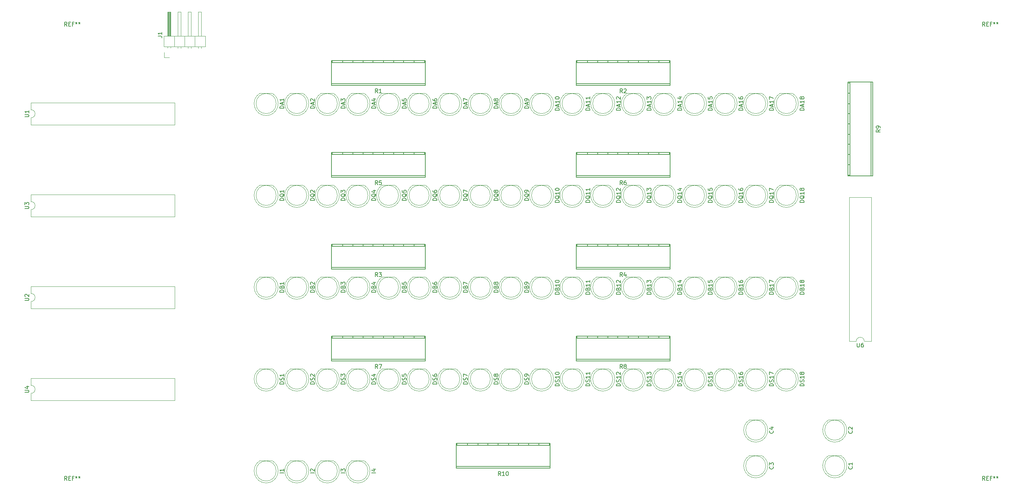
<source format=gbr>
G04 #@! TF.FileFunction,Legend,Top*
%FSLAX46Y46*%
G04 Gerber Fmt 4.6, Leading zero omitted, Abs format (unit mm)*
G04 Created by KiCad (PCBNEW 4.0.6) date 08/19/17 22:28:35*
%MOMM*%
%LPD*%
G01*
G04 APERTURE LIST*
%ADD10C,0.100000*%
%ADD11C,0.120000*%
%ADD12C,0.150000*%
G04 APERTURE END LIST*
D10*
D11*
X222520000Y-97910000D02*
X220750000Y-97910000D01*
X220750000Y-97910000D02*
X220750000Y-62110000D01*
X220750000Y-62110000D02*
X226290000Y-62110000D01*
X226290000Y-62110000D02*
X226290000Y-97910000D01*
X226290000Y-97910000D02*
X224520000Y-97910000D01*
X224520000Y-97910000D02*
G75*
G03X222520000Y-97910000I-1000000J0D01*
G01*
X217169538Y-131895000D02*
G75*
G03X218714830Y-126345000I462J2990000D01*
G01*
X217170462Y-131895000D02*
G75*
G02X215625170Y-126345000I-462J2990000D01*
G01*
X219670000Y-128905000D02*
G75*
G03X219670000Y-128905000I-2500000J0D01*
G01*
X218715000Y-126345000D02*
X215625000Y-126345000D01*
X217169538Y-123005000D02*
G75*
G03X218714830Y-117455000I462J2990000D01*
G01*
X217170462Y-123005000D02*
G75*
G02X215625170Y-117455000I-462J2990000D01*
G01*
X219670000Y-120015000D02*
G75*
G03X219670000Y-120015000I-2500000J0D01*
G01*
X218715000Y-117455000D02*
X215625000Y-117455000D01*
X197484538Y-131895000D02*
G75*
G03X199029830Y-126345000I462J2990000D01*
G01*
X197485462Y-131895000D02*
G75*
G02X195940170Y-126345000I-462J2990000D01*
G01*
X199985000Y-128905000D02*
G75*
G03X199985000Y-128905000I-2500000J0D01*
G01*
X199030000Y-126345000D02*
X195940000Y-126345000D01*
X197484538Y-123005000D02*
G75*
G03X199029830Y-117455000I462J2990000D01*
G01*
X197485462Y-123005000D02*
G75*
G02X195940170Y-117455000I-462J2990000D01*
G01*
X199985000Y-120015000D02*
G75*
G03X199985000Y-120015000I-2500000J0D01*
G01*
X199030000Y-117455000D02*
X195940000Y-117455000D01*
X75564538Y-41725000D02*
G75*
G03X77109830Y-36175000I462J2990000D01*
G01*
X75565462Y-41725000D02*
G75*
G02X74020170Y-36175000I-462J2990000D01*
G01*
X78065000Y-38735000D02*
G75*
G03X78065000Y-38735000I-2500000J0D01*
G01*
X77110000Y-36175000D02*
X74020000Y-36175000D01*
X83184538Y-41725000D02*
G75*
G03X84729830Y-36175000I462J2990000D01*
G01*
X83185462Y-41725000D02*
G75*
G02X81640170Y-36175000I-462J2990000D01*
G01*
X85685000Y-38735000D02*
G75*
G03X85685000Y-38735000I-2500000J0D01*
G01*
X84730000Y-36175000D02*
X81640000Y-36175000D01*
X90804538Y-41725000D02*
G75*
G03X92349830Y-36175000I462J2990000D01*
G01*
X90805462Y-41725000D02*
G75*
G02X89260170Y-36175000I-462J2990000D01*
G01*
X93305000Y-38735000D02*
G75*
G03X93305000Y-38735000I-2500000J0D01*
G01*
X92350000Y-36175000D02*
X89260000Y-36175000D01*
X98424538Y-41725000D02*
G75*
G03X99969830Y-36175000I462J2990000D01*
G01*
X98425462Y-41725000D02*
G75*
G02X96880170Y-36175000I-462J2990000D01*
G01*
X100925000Y-38735000D02*
G75*
G03X100925000Y-38735000I-2500000J0D01*
G01*
X99970000Y-36175000D02*
X96880000Y-36175000D01*
X106044538Y-41725000D02*
G75*
G03X107589830Y-36175000I462J2990000D01*
G01*
X106045462Y-41725000D02*
G75*
G02X104500170Y-36175000I-462J2990000D01*
G01*
X108545000Y-38735000D02*
G75*
G03X108545000Y-38735000I-2500000J0D01*
G01*
X107590000Y-36175000D02*
X104500000Y-36175000D01*
X113664538Y-41725000D02*
G75*
G03X115209830Y-36175000I462J2990000D01*
G01*
X113665462Y-41725000D02*
G75*
G02X112120170Y-36175000I-462J2990000D01*
G01*
X116165000Y-38735000D02*
G75*
G03X116165000Y-38735000I-2500000J0D01*
G01*
X115210000Y-36175000D02*
X112120000Y-36175000D01*
X121284538Y-41725000D02*
G75*
G03X122829830Y-36175000I462J2990000D01*
G01*
X121285462Y-41725000D02*
G75*
G02X119740170Y-36175000I-462J2990000D01*
G01*
X123785000Y-38735000D02*
G75*
G03X123785000Y-38735000I-2500000J0D01*
G01*
X122830000Y-36175000D02*
X119740000Y-36175000D01*
X128904538Y-41725000D02*
G75*
G03X130449830Y-36175000I462J2990000D01*
G01*
X128905462Y-41725000D02*
G75*
G02X127360170Y-36175000I-462J2990000D01*
G01*
X131405000Y-38735000D02*
G75*
G03X131405000Y-38735000I-2500000J0D01*
G01*
X130450000Y-36175000D02*
X127360000Y-36175000D01*
X136524538Y-41725000D02*
G75*
G03X138069830Y-36175000I462J2990000D01*
G01*
X136525462Y-41725000D02*
G75*
G02X134980170Y-36175000I-462J2990000D01*
G01*
X139025000Y-38735000D02*
G75*
G03X139025000Y-38735000I-2500000J0D01*
G01*
X138070000Y-36175000D02*
X134980000Y-36175000D01*
X144144538Y-41725000D02*
G75*
G03X145689830Y-36175000I462J2990000D01*
G01*
X144145462Y-41725000D02*
G75*
G02X142600170Y-36175000I-462J2990000D01*
G01*
X146645000Y-38735000D02*
G75*
G03X146645000Y-38735000I-2500000J0D01*
G01*
X145690000Y-36175000D02*
X142600000Y-36175000D01*
X151764538Y-41725000D02*
G75*
G03X153309830Y-36175000I462J2990000D01*
G01*
X151765462Y-41725000D02*
G75*
G02X150220170Y-36175000I-462J2990000D01*
G01*
X154265000Y-38735000D02*
G75*
G03X154265000Y-38735000I-2500000J0D01*
G01*
X153310000Y-36175000D02*
X150220000Y-36175000D01*
X159384538Y-41725000D02*
G75*
G03X160929830Y-36175000I462J2990000D01*
G01*
X159385462Y-41725000D02*
G75*
G02X157840170Y-36175000I-462J2990000D01*
G01*
X161885000Y-38735000D02*
G75*
G03X161885000Y-38735000I-2500000J0D01*
G01*
X160930000Y-36175000D02*
X157840000Y-36175000D01*
X167004538Y-41725000D02*
G75*
G03X168549830Y-36175000I462J2990000D01*
G01*
X167005462Y-41725000D02*
G75*
G02X165460170Y-36175000I-462J2990000D01*
G01*
X169505000Y-38735000D02*
G75*
G03X169505000Y-38735000I-2500000J0D01*
G01*
X168550000Y-36175000D02*
X165460000Y-36175000D01*
X174624538Y-41725000D02*
G75*
G03X176169830Y-36175000I462J2990000D01*
G01*
X174625462Y-41725000D02*
G75*
G02X173080170Y-36175000I-462J2990000D01*
G01*
X177125000Y-38735000D02*
G75*
G03X177125000Y-38735000I-2500000J0D01*
G01*
X176170000Y-36175000D02*
X173080000Y-36175000D01*
X182244538Y-41725000D02*
G75*
G03X183789830Y-36175000I462J2990000D01*
G01*
X182245462Y-41725000D02*
G75*
G02X180700170Y-36175000I-462J2990000D01*
G01*
X184745000Y-38735000D02*
G75*
G03X184745000Y-38735000I-2500000J0D01*
G01*
X183790000Y-36175000D02*
X180700000Y-36175000D01*
X189864538Y-41725000D02*
G75*
G03X191409830Y-36175000I462J2990000D01*
G01*
X189865462Y-41725000D02*
G75*
G02X188320170Y-36175000I-462J2990000D01*
G01*
X192365000Y-38735000D02*
G75*
G03X192365000Y-38735000I-2500000J0D01*
G01*
X191410000Y-36175000D02*
X188320000Y-36175000D01*
X197484538Y-41725000D02*
G75*
G03X199029830Y-36175000I462J2990000D01*
G01*
X197485462Y-41725000D02*
G75*
G02X195940170Y-36175000I-462J2990000D01*
G01*
X199985000Y-38735000D02*
G75*
G03X199985000Y-38735000I-2500000J0D01*
G01*
X199030000Y-36175000D02*
X195940000Y-36175000D01*
X205104538Y-41725000D02*
G75*
G03X206649830Y-36175000I462J2990000D01*
G01*
X205105462Y-41725000D02*
G75*
G02X203560170Y-36175000I-462J2990000D01*
G01*
X207605000Y-38735000D02*
G75*
G03X207605000Y-38735000I-2500000J0D01*
G01*
X206650000Y-36175000D02*
X203560000Y-36175000D01*
X75564538Y-87445000D02*
G75*
G03X77109830Y-81895000I462J2990000D01*
G01*
X75565462Y-87445000D02*
G75*
G02X74020170Y-81895000I-462J2990000D01*
G01*
X78065000Y-84455000D02*
G75*
G03X78065000Y-84455000I-2500000J0D01*
G01*
X77110000Y-81895000D02*
X74020000Y-81895000D01*
X83184538Y-87445000D02*
G75*
G03X84729830Y-81895000I462J2990000D01*
G01*
X83185462Y-87445000D02*
G75*
G02X81640170Y-81895000I-462J2990000D01*
G01*
X85685000Y-84455000D02*
G75*
G03X85685000Y-84455000I-2500000J0D01*
G01*
X84730000Y-81895000D02*
X81640000Y-81895000D01*
X90804538Y-87445000D02*
G75*
G03X92349830Y-81895000I462J2990000D01*
G01*
X90805462Y-87445000D02*
G75*
G02X89260170Y-81895000I-462J2990000D01*
G01*
X93305000Y-84455000D02*
G75*
G03X93305000Y-84455000I-2500000J0D01*
G01*
X92350000Y-81895000D02*
X89260000Y-81895000D01*
X98424538Y-87445000D02*
G75*
G03X99969830Y-81895000I462J2990000D01*
G01*
X98425462Y-87445000D02*
G75*
G02X96880170Y-81895000I-462J2990000D01*
G01*
X100925000Y-84455000D02*
G75*
G03X100925000Y-84455000I-2500000J0D01*
G01*
X99970000Y-81895000D02*
X96880000Y-81895000D01*
X106044538Y-87445000D02*
G75*
G03X107589830Y-81895000I462J2990000D01*
G01*
X106045462Y-87445000D02*
G75*
G02X104500170Y-81895000I-462J2990000D01*
G01*
X108545000Y-84455000D02*
G75*
G03X108545000Y-84455000I-2500000J0D01*
G01*
X107590000Y-81895000D02*
X104500000Y-81895000D01*
X113664538Y-87445000D02*
G75*
G03X115209830Y-81895000I462J2990000D01*
G01*
X113665462Y-87445000D02*
G75*
G02X112120170Y-81895000I-462J2990000D01*
G01*
X116165000Y-84455000D02*
G75*
G03X116165000Y-84455000I-2500000J0D01*
G01*
X115210000Y-81895000D02*
X112120000Y-81895000D01*
X121284538Y-87445000D02*
G75*
G03X122829830Y-81895000I462J2990000D01*
G01*
X121285462Y-87445000D02*
G75*
G02X119740170Y-81895000I-462J2990000D01*
G01*
X123785000Y-84455000D02*
G75*
G03X123785000Y-84455000I-2500000J0D01*
G01*
X122830000Y-81895000D02*
X119740000Y-81895000D01*
X128904538Y-87445000D02*
G75*
G03X130449830Y-81895000I462J2990000D01*
G01*
X128905462Y-87445000D02*
G75*
G02X127360170Y-81895000I-462J2990000D01*
G01*
X131405000Y-84455000D02*
G75*
G03X131405000Y-84455000I-2500000J0D01*
G01*
X130450000Y-81895000D02*
X127360000Y-81895000D01*
X136524538Y-87445000D02*
G75*
G03X138069830Y-81895000I462J2990000D01*
G01*
X136525462Y-87445000D02*
G75*
G02X134980170Y-81895000I-462J2990000D01*
G01*
X139025000Y-84455000D02*
G75*
G03X139025000Y-84455000I-2500000J0D01*
G01*
X138070000Y-81895000D02*
X134980000Y-81895000D01*
X144144538Y-87445000D02*
G75*
G03X145689830Y-81895000I462J2990000D01*
G01*
X144145462Y-87445000D02*
G75*
G02X142600170Y-81895000I-462J2990000D01*
G01*
X146645000Y-84455000D02*
G75*
G03X146645000Y-84455000I-2500000J0D01*
G01*
X145690000Y-81895000D02*
X142600000Y-81895000D01*
X151764538Y-87445000D02*
G75*
G03X153309830Y-81895000I462J2990000D01*
G01*
X151765462Y-87445000D02*
G75*
G02X150220170Y-81895000I-462J2990000D01*
G01*
X154265000Y-84455000D02*
G75*
G03X154265000Y-84455000I-2500000J0D01*
G01*
X153310000Y-81895000D02*
X150220000Y-81895000D01*
X159384538Y-87445000D02*
G75*
G03X160929830Y-81895000I462J2990000D01*
G01*
X159385462Y-87445000D02*
G75*
G02X157840170Y-81895000I-462J2990000D01*
G01*
X161885000Y-84455000D02*
G75*
G03X161885000Y-84455000I-2500000J0D01*
G01*
X160930000Y-81895000D02*
X157840000Y-81895000D01*
X167004538Y-87445000D02*
G75*
G03X168549830Y-81895000I462J2990000D01*
G01*
X167005462Y-87445000D02*
G75*
G02X165460170Y-81895000I-462J2990000D01*
G01*
X169505000Y-84455000D02*
G75*
G03X169505000Y-84455000I-2500000J0D01*
G01*
X168550000Y-81895000D02*
X165460000Y-81895000D01*
X174624538Y-87445000D02*
G75*
G03X176169830Y-81895000I462J2990000D01*
G01*
X174625462Y-87445000D02*
G75*
G02X173080170Y-81895000I-462J2990000D01*
G01*
X177125000Y-84455000D02*
G75*
G03X177125000Y-84455000I-2500000J0D01*
G01*
X176170000Y-81895000D02*
X173080000Y-81895000D01*
X182244538Y-87445000D02*
G75*
G03X183789830Y-81895000I462J2990000D01*
G01*
X182245462Y-87445000D02*
G75*
G02X180700170Y-81895000I-462J2990000D01*
G01*
X184745000Y-84455000D02*
G75*
G03X184745000Y-84455000I-2500000J0D01*
G01*
X183790000Y-81895000D02*
X180700000Y-81895000D01*
X189864538Y-87445000D02*
G75*
G03X191409830Y-81895000I462J2990000D01*
G01*
X189865462Y-87445000D02*
G75*
G02X188320170Y-81895000I-462J2990000D01*
G01*
X192365000Y-84455000D02*
G75*
G03X192365000Y-84455000I-2500000J0D01*
G01*
X191410000Y-81895000D02*
X188320000Y-81895000D01*
X197484538Y-87445000D02*
G75*
G03X199029830Y-81895000I462J2990000D01*
G01*
X197485462Y-87445000D02*
G75*
G02X195940170Y-81895000I-462J2990000D01*
G01*
X199985000Y-84455000D02*
G75*
G03X199985000Y-84455000I-2500000J0D01*
G01*
X199030000Y-81895000D02*
X195940000Y-81895000D01*
X205104538Y-87445000D02*
G75*
G03X206649830Y-81895000I462J2990000D01*
G01*
X205105462Y-87445000D02*
G75*
G02X203560170Y-81895000I-462J2990000D01*
G01*
X207605000Y-84455000D02*
G75*
G03X207605000Y-84455000I-2500000J0D01*
G01*
X206650000Y-81895000D02*
X203560000Y-81895000D01*
X75564538Y-64585000D02*
G75*
G03X77109830Y-59035000I462J2990000D01*
G01*
X75565462Y-64585000D02*
G75*
G02X74020170Y-59035000I-462J2990000D01*
G01*
X78065000Y-61595000D02*
G75*
G03X78065000Y-61595000I-2500000J0D01*
G01*
X77110000Y-59035000D02*
X74020000Y-59035000D01*
X83184538Y-64585000D02*
G75*
G03X84729830Y-59035000I462J2990000D01*
G01*
X83185462Y-64585000D02*
G75*
G02X81640170Y-59035000I-462J2990000D01*
G01*
X85685000Y-61595000D02*
G75*
G03X85685000Y-61595000I-2500000J0D01*
G01*
X84730000Y-59035000D02*
X81640000Y-59035000D01*
X90804538Y-64585000D02*
G75*
G03X92349830Y-59035000I462J2990000D01*
G01*
X90805462Y-64585000D02*
G75*
G02X89260170Y-59035000I-462J2990000D01*
G01*
X93305000Y-61595000D02*
G75*
G03X93305000Y-61595000I-2500000J0D01*
G01*
X92350000Y-59035000D02*
X89260000Y-59035000D01*
X98424538Y-64585000D02*
G75*
G03X99969830Y-59035000I462J2990000D01*
G01*
X98425462Y-64585000D02*
G75*
G02X96880170Y-59035000I-462J2990000D01*
G01*
X100925000Y-61595000D02*
G75*
G03X100925000Y-61595000I-2500000J0D01*
G01*
X99970000Y-59035000D02*
X96880000Y-59035000D01*
X106044538Y-64585000D02*
G75*
G03X107589830Y-59035000I462J2990000D01*
G01*
X106045462Y-64585000D02*
G75*
G02X104500170Y-59035000I-462J2990000D01*
G01*
X108545000Y-61595000D02*
G75*
G03X108545000Y-61595000I-2500000J0D01*
G01*
X107590000Y-59035000D02*
X104500000Y-59035000D01*
X113664538Y-64585000D02*
G75*
G03X115209830Y-59035000I462J2990000D01*
G01*
X113665462Y-64585000D02*
G75*
G02X112120170Y-59035000I-462J2990000D01*
G01*
X116165000Y-61595000D02*
G75*
G03X116165000Y-61595000I-2500000J0D01*
G01*
X115210000Y-59035000D02*
X112120000Y-59035000D01*
X121284538Y-64585000D02*
G75*
G03X122829830Y-59035000I462J2990000D01*
G01*
X121285462Y-64585000D02*
G75*
G02X119740170Y-59035000I-462J2990000D01*
G01*
X123785000Y-61595000D02*
G75*
G03X123785000Y-61595000I-2500000J0D01*
G01*
X122830000Y-59035000D02*
X119740000Y-59035000D01*
X128904538Y-64585000D02*
G75*
G03X130449830Y-59035000I462J2990000D01*
G01*
X128905462Y-64585000D02*
G75*
G02X127360170Y-59035000I-462J2990000D01*
G01*
X131405000Y-61595000D02*
G75*
G03X131405000Y-61595000I-2500000J0D01*
G01*
X130450000Y-59035000D02*
X127360000Y-59035000D01*
X136524538Y-64585000D02*
G75*
G03X138069830Y-59035000I462J2990000D01*
G01*
X136525462Y-64585000D02*
G75*
G02X134980170Y-59035000I-462J2990000D01*
G01*
X139025000Y-61595000D02*
G75*
G03X139025000Y-61595000I-2500000J0D01*
G01*
X138070000Y-59035000D02*
X134980000Y-59035000D01*
X144144538Y-64585000D02*
G75*
G03X145689830Y-59035000I462J2990000D01*
G01*
X144145462Y-64585000D02*
G75*
G02X142600170Y-59035000I-462J2990000D01*
G01*
X146645000Y-61595000D02*
G75*
G03X146645000Y-61595000I-2500000J0D01*
G01*
X145690000Y-59035000D02*
X142600000Y-59035000D01*
X151764538Y-64585000D02*
G75*
G03X153309830Y-59035000I462J2990000D01*
G01*
X151765462Y-64585000D02*
G75*
G02X150220170Y-59035000I-462J2990000D01*
G01*
X154265000Y-61595000D02*
G75*
G03X154265000Y-61595000I-2500000J0D01*
G01*
X153310000Y-59035000D02*
X150220000Y-59035000D01*
X159384538Y-64585000D02*
G75*
G03X160929830Y-59035000I462J2990000D01*
G01*
X159385462Y-64585000D02*
G75*
G02X157840170Y-59035000I-462J2990000D01*
G01*
X161885000Y-61595000D02*
G75*
G03X161885000Y-61595000I-2500000J0D01*
G01*
X160930000Y-59035000D02*
X157840000Y-59035000D01*
X167004538Y-64585000D02*
G75*
G03X168549830Y-59035000I462J2990000D01*
G01*
X167005462Y-64585000D02*
G75*
G02X165460170Y-59035000I-462J2990000D01*
G01*
X169505000Y-61595000D02*
G75*
G03X169505000Y-61595000I-2500000J0D01*
G01*
X168550000Y-59035000D02*
X165460000Y-59035000D01*
X174624538Y-64585000D02*
G75*
G03X176169830Y-59035000I462J2990000D01*
G01*
X174625462Y-64585000D02*
G75*
G02X173080170Y-59035000I-462J2990000D01*
G01*
X177125000Y-61595000D02*
G75*
G03X177125000Y-61595000I-2500000J0D01*
G01*
X176170000Y-59035000D02*
X173080000Y-59035000D01*
X182244538Y-64585000D02*
G75*
G03X183789830Y-59035000I462J2990000D01*
G01*
X182245462Y-64585000D02*
G75*
G02X180700170Y-59035000I-462J2990000D01*
G01*
X184745000Y-61595000D02*
G75*
G03X184745000Y-61595000I-2500000J0D01*
G01*
X183790000Y-59035000D02*
X180700000Y-59035000D01*
X189864538Y-64585000D02*
G75*
G03X191409830Y-59035000I462J2990000D01*
G01*
X189865462Y-64585000D02*
G75*
G02X188320170Y-59035000I-462J2990000D01*
G01*
X192365000Y-61595000D02*
G75*
G03X192365000Y-61595000I-2500000J0D01*
G01*
X191410000Y-59035000D02*
X188320000Y-59035000D01*
X197484538Y-64585000D02*
G75*
G03X199029830Y-59035000I462J2990000D01*
G01*
X197485462Y-64585000D02*
G75*
G02X195940170Y-59035000I-462J2990000D01*
G01*
X199985000Y-61595000D02*
G75*
G03X199985000Y-61595000I-2500000J0D01*
G01*
X199030000Y-59035000D02*
X195940000Y-59035000D01*
X205104538Y-64585000D02*
G75*
G03X206649830Y-59035000I462J2990000D01*
G01*
X205105462Y-64585000D02*
G75*
G02X203560170Y-59035000I-462J2990000D01*
G01*
X207605000Y-61595000D02*
G75*
G03X207605000Y-61595000I-2500000J0D01*
G01*
X206650000Y-59035000D02*
X203560000Y-59035000D01*
X75564538Y-110305000D02*
G75*
G03X77109830Y-104755000I462J2990000D01*
G01*
X75565462Y-110305000D02*
G75*
G02X74020170Y-104755000I-462J2990000D01*
G01*
X78065000Y-107315000D02*
G75*
G03X78065000Y-107315000I-2500000J0D01*
G01*
X77110000Y-104755000D02*
X74020000Y-104755000D01*
X83184538Y-110305000D02*
G75*
G03X84729830Y-104755000I462J2990000D01*
G01*
X83185462Y-110305000D02*
G75*
G02X81640170Y-104755000I-462J2990000D01*
G01*
X85685000Y-107315000D02*
G75*
G03X85685000Y-107315000I-2500000J0D01*
G01*
X84730000Y-104755000D02*
X81640000Y-104755000D01*
X90804538Y-110305000D02*
G75*
G03X92349830Y-104755000I462J2990000D01*
G01*
X90805462Y-110305000D02*
G75*
G02X89260170Y-104755000I-462J2990000D01*
G01*
X93305000Y-107315000D02*
G75*
G03X93305000Y-107315000I-2500000J0D01*
G01*
X92350000Y-104755000D02*
X89260000Y-104755000D01*
X98424538Y-110305000D02*
G75*
G03X99969830Y-104755000I462J2990000D01*
G01*
X98425462Y-110305000D02*
G75*
G02X96880170Y-104755000I-462J2990000D01*
G01*
X100925000Y-107315000D02*
G75*
G03X100925000Y-107315000I-2500000J0D01*
G01*
X99970000Y-104755000D02*
X96880000Y-104755000D01*
X106044538Y-110305000D02*
G75*
G03X107589830Y-104755000I462J2990000D01*
G01*
X106045462Y-110305000D02*
G75*
G02X104500170Y-104755000I-462J2990000D01*
G01*
X108545000Y-107315000D02*
G75*
G03X108545000Y-107315000I-2500000J0D01*
G01*
X107590000Y-104755000D02*
X104500000Y-104755000D01*
X113664538Y-110305000D02*
G75*
G03X115209830Y-104755000I462J2990000D01*
G01*
X113665462Y-110305000D02*
G75*
G02X112120170Y-104755000I-462J2990000D01*
G01*
X116165000Y-107315000D02*
G75*
G03X116165000Y-107315000I-2500000J0D01*
G01*
X115210000Y-104755000D02*
X112120000Y-104755000D01*
X121284538Y-110305000D02*
G75*
G03X122829830Y-104755000I462J2990000D01*
G01*
X121285462Y-110305000D02*
G75*
G02X119740170Y-104755000I-462J2990000D01*
G01*
X123785000Y-107315000D02*
G75*
G03X123785000Y-107315000I-2500000J0D01*
G01*
X122830000Y-104755000D02*
X119740000Y-104755000D01*
X128904538Y-110305000D02*
G75*
G03X130449830Y-104755000I462J2990000D01*
G01*
X128905462Y-110305000D02*
G75*
G02X127360170Y-104755000I-462J2990000D01*
G01*
X131405000Y-107315000D02*
G75*
G03X131405000Y-107315000I-2500000J0D01*
G01*
X130450000Y-104755000D02*
X127360000Y-104755000D01*
X136524538Y-110305000D02*
G75*
G03X138069830Y-104755000I462J2990000D01*
G01*
X136525462Y-110305000D02*
G75*
G02X134980170Y-104755000I-462J2990000D01*
G01*
X139025000Y-107315000D02*
G75*
G03X139025000Y-107315000I-2500000J0D01*
G01*
X138070000Y-104755000D02*
X134980000Y-104755000D01*
X144144538Y-110305000D02*
G75*
G03X145689830Y-104755000I462J2990000D01*
G01*
X144145462Y-110305000D02*
G75*
G02X142600170Y-104755000I-462J2990000D01*
G01*
X146645000Y-107315000D02*
G75*
G03X146645000Y-107315000I-2500000J0D01*
G01*
X145690000Y-104755000D02*
X142600000Y-104755000D01*
X151764538Y-110305000D02*
G75*
G03X153309830Y-104755000I462J2990000D01*
G01*
X151765462Y-110305000D02*
G75*
G02X150220170Y-104755000I-462J2990000D01*
G01*
X154265000Y-107315000D02*
G75*
G03X154265000Y-107315000I-2500000J0D01*
G01*
X153310000Y-104755000D02*
X150220000Y-104755000D01*
X159384538Y-110305000D02*
G75*
G03X160929830Y-104755000I462J2990000D01*
G01*
X159385462Y-110305000D02*
G75*
G02X157840170Y-104755000I-462J2990000D01*
G01*
X161885000Y-107315000D02*
G75*
G03X161885000Y-107315000I-2500000J0D01*
G01*
X160930000Y-104755000D02*
X157840000Y-104755000D01*
X167004538Y-110305000D02*
G75*
G03X168549830Y-104755000I462J2990000D01*
G01*
X167005462Y-110305000D02*
G75*
G02X165460170Y-104755000I-462J2990000D01*
G01*
X169505000Y-107315000D02*
G75*
G03X169505000Y-107315000I-2500000J0D01*
G01*
X168550000Y-104755000D02*
X165460000Y-104755000D01*
X174624538Y-110305000D02*
G75*
G03X176169830Y-104755000I462J2990000D01*
G01*
X174625462Y-110305000D02*
G75*
G02X173080170Y-104755000I-462J2990000D01*
G01*
X177125000Y-107315000D02*
G75*
G03X177125000Y-107315000I-2500000J0D01*
G01*
X176170000Y-104755000D02*
X173080000Y-104755000D01*
X182244538Y-110305000D02*
G75*
G03X183789830Y-104755000I462J2990000D01*
G01*
X182245462Y-110305000D02*
G75*
G02X180700170Y-104755000I-462J2990000D01*
G01*
X184745000Y-107315000D02*
G75*
G03X184745000Y-107315000I-2500000J0D01*
G01*
X183790000Y-104755000D02*
X180700000Y-104755000D01*
X189864538Y-110305000D02*
G75*
G03X191409830Y-104755000I462J2990000D01*
G01*
X189865462Y-110305000D02*
G75*
G02X188320170Y-104755000I-462J2990000D01*
G01*
X192365000Y-107315000D02*
G75*
G03X192365000Y-107315000I-2500000J0D01*
G01*
X191410000Y-104755000D02*
X188320000Y-104755000D01*
X197484538Y-110305000D02*
G75*
G03X199029830Y-104755000I462J2990000D01*
G01*
X197485462Y-110305000D02*
G75*
G02X195940170Y-104755000I-462J2990000D01*
G01*
X199985000Y-107315000D02*
G75*
G03X199985000Y-107315000I-2500000J0D01*
G01*
X199030000Y-104755000D02*
X195940000Y-104755000D01*
X205104538Y-110305000D02*
G75*
G03X206649830Y-104755000I462J2990000D01*
G01*
X205105462Y-110305000D02*
G75*
G02X203560170Y-104755000I-462J2990000D01*
G01*
X207605000Y-107315000D02*
G75*
G03X207605000Y-107315000I-2500000J0D01*
G01*
X206650000Y-104755000D02*
X203560000Y-104755000D01*
X75564538Y-133165000D02*
G75*
G03X77109830Y-127615000I462J2990000D01*
G01*
X75565462Y-133165000D02*
G75*
G02X74020170Y-127615000I-462J2990000D01*
G01*
X78065000Y-130175000D02*
G75*
G03X78065000Y-130175000I-2500000J0D01*
G01*
X77110000Y-127615000D02*
X74020000Y-127615000D01*
X83184538Y-133165000D02*
G75*
G03X84729830Y-127615000I462J2990000D01*
G01*
X83185462Y-133165000D02*
G75*
G02X81640170Y-127615000I-462J2990000D01*
G01*
X85685000Y-130175000D02*
G75*
G03X85685000Y-130175000I-2500000J0D01*
G01*
X84730000Y-127615000D02*
X81640000Y-127615000D01*
X90804538Y-133165000D02*
G75*
G03X92349830Y-127615000I462J2990000D01*
G01*
X90805462Y-133165000D02*
G75*
G02X89260170Y-127615000I-462J2990000D01*
G01*
X93305000Y-130175000D02*
G75*
G03X93305000Y-130175000I-2500000J0D01*
G01*
X92350000Y-127615000D02*
X89260000Y-127615000D01*
X98424538Y-133165000D02*
G75*
G03X99969830Y-127615000I462J2990000D01*
G01*
X98425462Y-133165000D02*
G75*
G02X96880170Y-127615000I-462J2990000D01*
G01*
X100925000Y-130175000D02*
G75*
G03X100925000Y-130175000I-2500000J0D01*
G01*
X99970000Y-127615000D02*
X96880000Y-127615000D01*
X50105000Y-24595000D02*
X60385000Y-24595000D01*
X60385000Y-24595000D02*
X60385000Y-21935000D01*
X60385000Y-21935000D02*
X50105000Y-21935000D01*
X50105000Y-21935000D02*
X50105000Y-24595000D01*
X51055000Y-21935000D02*
X51055000Y-15935000D01*
X51055000Y-15935000D02*
X51815000Y-15935000D01*
X51815000Y-15935000D02*
X51815000Y-21935000D01*
X51115000Y-21935000D02*
X51115000Y-15935000D01*
X51235000Y-21935000D02*
X51235000Y-15935000D01*
X51355000Y-21935000D02*
X51355000Y-15935000D01*
X51475000Y-21935000D02*
X51475000Y-15935000D01*
X51595000Y-21935000D02*
X51595000Y-15935000D01*
X51715000Y-21935000D02*
X51715000Y-15935000D01*
X51055000Y-24925000D02*
X51055000Y-24595000D01*
X51815000Y-24925000D02*
X51815000Y-24595000D01*
X52705000Y-24595000D02*
X52705000Y-21935000D01*
X53595000Y-21935000D02*
X53595000Y-15935000D01*
X53595000Y-15935000D02*
X54355000Y-15935000D01*
X54355000Y-15935000D02*
X54355000Y-21935000D01*
X53595000Y-24992071D02*
X53595000Y-24595000D01*
X54355000Y-24992071D02*
X54355000Y-24595000D01*
X55245000Y-24595000D02*
X55245000Y-21935000D01*
X56135000Y-21935000D02*
X56135000Y-15935000D01*
X56135000Y-15935000D02*
X56895000Y-15935000D01*
X56895000Y-15935000D02*
X56895000Y-21935000D01*
X56135000Y-24992071D02*
X56135000Y-24595000D01*
X56895000Y-24992071D02*
X56895000Y-24595000D01*
X57785000Y-24595000D02*
X57785000Y-21935000D01*
X58675000Y-21935000D02*
X58675000Y-15935000D01*
X58675000Y-15935000D02*
X59435000Y-15935000D01*
X59435000Y-15935000D02*
X59435000Y-21935000D01*
X58675000Y-24992071D02*
X58675000Y-24595000D01*
X59435000Y-24992071D02*
X59435000Y-24595000D01*
X51435000Y-27305000D02*
X50165000Y-27305000D01*
X50165000Y-27305000D02*
X50165000Y-26035000D01*
D12*
X104805480Y-28514040D02*
X104805480Y-28016200D01*
X115204240Y-28016200D02*
X91805760Y-28016200D01*
X91805760Y-28514040D02*
X115204240Y-28514040D01*
X115204240Y-33815020D02*
X91805760Y-33815020D01*
X91805760Y-34213800D02*
X115204240Y-34213800D01*
X102204520Y-28514040D02*
X102204520Y-28016200D01*
X94604840Y-28514040D02*
X94604840Y-28016200D01*
X97205800Y-28514040D02*
X97205800Y-28016200D01*
X99702620Y-28514040D02*
X99702620Y-28016200D01*
X107304840Y-28514040D02*
X107304840Y-28016200D01*
X109801660Y-28514040D02*
X109801660Y-28016200D01*
X115003580Y-28016200D02*
X115003580Y-28514040D01*
X92006420Y-28514040D02*
X92006420Y-28016200D01*
X112400080Y-28016200D02*
X112400080Y-28514040D01*
X91808300Y-28016200D02*
X91808300Y-34213800D01*
X115201700Y-34213800D02*
X115201700Y-28016200D01*
X165765480Y-28514040D02*
X165765480Y-28016200D01*
X176164240Y-28016200D02*
X152765760Y-28016200D01*
X152765760Y-28514040D02*
X176164240Y-28514040D01*
X176164240Y-33815020D02*
X152765760Y-33815020D01*
X152765760Y-34213800D02*
X176164240Y-34213800D01*
X163164520Y-28514040D02*
X163164520Y-28016200D01*
X155564840Y-28514040D02*
X155564840Y-28016200D01*
X158165800Y-28514040D02*
X158165800Y-28016200D01*
X160662620Y-28514040D02*
X160662620Y-28016200D01*
X168264840Y-28514040D02*
X168264840Y-28016200D01*
X170761660Y-28514040D02*
X170761660Y-28016200D01*
X175963580Y-28016200D02*
X175963580Y-28514040D01*
X152966420Y-28514040D02*
X152966420Y-28016200D01*
X173360080Y-28016200D02*
X173360080Y-28514040D01*
X152768300Y-28016200D02*
X152768300Y-34213800D01*
X176161700Y-34213800D02*
X176161700Y-28016200D01*
X104805480Y-74234040D02*
X104805480Y-73736200D01*
X115204240Y-73736200D02*
X91805760Y-73736200D01*
X91805760Y-74234040D02*
X115204240Y-74234040D01*
X115204240Y-79535020D02*
X91805760Y-79535020D01*
X91805760Y-79933800D02*
X115204240Y-79933800D01*
X102204520Y-74234040D02*
X102204520Y-73736200D01*
X94604840Y-74234040D02*
X94604840Y-73736200D01*
X97205800Y-74234040D02*
X97205800Y-73736200D01*
X99702620Y-74234040D02*
X99702620Y-73736200D01*
X107304840Y-74234040D02*
X107304840Y-73736200D01*
X109801660Y-74234040D02*
X109801660Y-73736200D01*
X115003580Y-73736200D02*
X115003580Y-74234040D01*
X92006420Y-74234040D02*
X92006420Y-73736200D01*
X112400080Y-73736200D02*
X112400080Y-74234040D01*
X91808300Y-73736200D02*
X91808300Y-79933800D01*
X115201700Y-79933800D02*
X115201700Y-73736200D01*
X165765480Y-74234040D02*
X165765480Y-73736200D01*
X176164240Y-73736200D02*
X152765760Y-73736200D01*
X152765760Y-74234040D02*
X176164240Y-74234040D01*
X176164240Y-79535020D02*
X152765760Y-79535020D01*
X152765760Y-79933800D02*
X176164240Y-79933800D01*
X163164520Y-74234040D02*
X163164520Y-73736200D01*
X155564840Y-74234040D02*
X155564840Y-73736200D01*
X158165800Y-74234040D02*
X158165800Y-73736200D01*
X160662620Y-74234040D02*
X160662620Y-73736200D01*
X168264840Y-74234040D02*
X168264840Y-73736200D01*
X170761660Y-74234040D02*
X170761660Y-73736200D01*
X175963580Y-73736200D02*
X175963580Y-74234040D01*
X152966420Y-74234040D02*
X152966420Y-73736200D01*
X173360080Y-73736200D02*
X173360080Y-74234040D01*
X152768300Y-73736200D02*
X152768300Y-79933800D01*
X176161700Y-79933800D02*
X176161700Y-73736200D01*
X104805480Y-51374040D02*
X104805480Y-50876200D01*
X115204240Y-50876200D02*
X91805760Y-50876200D01*
X91805760Y-51374040D02*
X115204240Y-51374040D01*
X115204240Y-56675020D02*
X91805760Y-56675020D01*
X91805760Y-57073800D02*
X115204240Y-57073800D01*
X102204520Y-51374040D02*
X102204520Y-50876200D01*
X94604840Y-51374040D02*
X94604840Y-50876200D01*
X97205800Y-51374040D02*
X97205800Y-50876200D01*
X99702620Y-51374040D02*
X99702620Y-50876200D01*
X107304840Y-51374040D02*
X107304840Y-50876200D01*
X109801660Y-51374040D02*
X109801660Y-50876200D01*
X115003580Y-50876200D02*
X115003580Y-51374040D01*
X92006420Y-51374040D02*
X92006420Y-50876200D01*
X112400080Y-50876200D02*
X112400080Y-51374040D01*
X91808300Y-50876200D02*
X91808300Y-57073800D01*
X115201700Y-57073800D02*
X115201700Y-50876200D01*
X165765480Y-51374040D02*
X165765480Y-50876200D01*
X176164240Y-50876200D02*
X152765760Y-50876200D01*
X152765760Y-51374040D02*
X176164240Y-51374040D01*
X176164240Y-56675020D02*
X152765760Y-56675020D01*
X152765760Y-57073800D02*
X176164240Y-57073800D01*
X163164520Y-51374040D02*
X163164520Y-50876200D01*
X155564840Y-51374040D02*
X155564840Y-50876200D01*
X158165800Y-51374040D02*
X158165800Y-50876200D01*
X160662620Y-51374040D02*
X160662620Y-50876200D01*
X168264840Y-51374040D02*
X168264840Y-50876200D01*
X170761660Y-51374040D02*
X170761660Y-50876200D01*
X175963580Y-50876200D02*
X175963580Y-51374040D01*
X152966420Y-51374040D02*
X152966420Y-50876200D01*
X173360080Y-50876200D02*
X173360080Y-51374040D01*
X152768300Y-50876200D02*
X152768300Y-57073800D01*
X176161700Y-57073800D02*
X176161700Y-50876200D01*
X104805480Y-97094040D02*
X104805480Y-96596200D01*
X115204240Y-96596200D02*
X91805760Y-96596200D01*
X91805760Y-97094040D02*
X115204240Y-97094040D01*
X115204240Y-102395020D02*
X91805760Y-102395020D01*
X91805760Y-102793800D02*
X115204240Y-102793800D01*
X102204520Y-97094040D02*
X102204520Y-96596200D01*
X94604840Y-97094040D02*
X94604840Y-96596200D01*
X97205800Y-97094040D02*
X97205800Y-96596200D01*
X99702620Y-97094040D02*
X99702620Y-96596200D01*
X107304840Y-97094040D02*
X107304840Y-96596200D01*
X109801660Y-97094040D02*
X109801660Y-96596200D01*
X115003580Y-96596200D02*
X115003580Y-97094040D01*
X92006420Y-97094040D02*
X92006420Y-96596200D01*
X112400080Y-96596200D02*
X112400080Y-97094040D01*
X91808300Y-96596200D02*
X91808300Y-102793800D01*
X115201700Y-102793800D02*
X115201700Y-96596200D01*
X165765480Y-97094040D02*
X165765480Y-96596200D01*
X176164240Y-96596200D02*
X152765760Y-96596200D01*
X152765760Y-97094040D02*
X176164240Y-97094040D01*
X176164240Y-102395020D02*
X152765760Y-102395020D01*
X152765760Y-102793800D02*
X176164240Y-102793800D01*
X163164520Y-97094040D02*
X163164520Y-96596200D01*
X155564840Y-97094040D02*
X155564840Y-96596200D01*
X158165800Y-97094040D02*
X158165800Y-96596200D01*
X160662620Y-97094040D02*
X160662620Y-96596200D01*
X168264840Y-97094040D02*
X168264840Y-96596200D01*
X170761660Y-97094040D02*
X170761660Y-96596200D01*
X175963580Y-96596200D02*
X175963580Y-97094040D01*
X152966420Y-97094040D02*
X152966420Y-96596200D01*
X173360080Y-96596200D02*
X173360080Y-97094040D01*
X152768300Y-96596200D02*
X152768300Y-102793800D01*
X176161700Y-102793800D02*
X176161700Y-96596200D01*
X220919040Y-43784520D02*
X220421200Y-43784520D01*
X220421200Y-33385760D02*
X220421200Y-56784240D01*
X220919040Y-56784240D02*
X220919040Y-33385760D01*
X226220020Y-33385760D02*
X226220020Y-56784240D01*
X226618800Y-56784240D02*
X226618800Y-33385760D01*
X220919040Y-46385480D02*
X220421200Y-46385480D01*
X220919040Y-53985160D02*
X220421200Y-53985160D01*
X220919040Y-51384200D02*
X220421200Y-51384200D01*
X220919040Y-48887380D02*
X220421200Y-48887380D01*
X220919040Y-41285160D02*
X220421200Y-41285160D01*
X220919040Y-38788340D02*
X220421200Y-38788340D01*
X220421200Y-33586420D02*
X220919040Y-33586420D01*
X220919040Y-56583580D02*
X220421200Y-56583580D01*
X220421200Y-36189920D02*
X220919040Y-36189920D01*
X220421200Y-56781700D02*
X226618800Y-56781700D01*
X226618800Y-33388300D02*
X220421200Y-33388300D01*
X135920480Y-123764040D02*
X135920480Y-123266200D01*
X146319240Y-123266200D02*
X122920760Y-123266200D01*
X122920760Y-123764040D02*
X146319240Y-123764040D01*
X146319240Y-129065020D02*
X122920760Y-129065020D01*
X122920760Y-129463800D02*
X146319240Y-129463800D01*
X133319520Y-123764040D02*
X133319520Y-123266200D01*
X125719840Y-123764040D02*
X125719840Y-123266200D01*
X128320800Y-123764040D02*
X128320800Y-123266200D01*
X130817620Y-123764040D02*
X130817620Y-123266200D01*
X138419840Y-123764040D02*
X138419840Y-123266200D01*
X140916660Y-123764040D02*
X140916660Y-123266200D01*
X146118580Y-123266200D02*
X146118580Y-123764040D01*
X123121420Y-123764040D02*
X123121420Y-123266200D01*
X143515080Y-123266200D02*
X143515080Y-123764040D01*
X122923300Y-123266200D02*
X122923300Y-129463800D01*
X146316700Y-129463800D02*
X146316700Y-123266200D01*
D11*
X17025000Y-40275000D02*
X17025000Y-38505000D01*
X17025000Y-38505000D02*
X52825000Y-38505000D01*
X52825000Y-38505000D02*
X52825000Y-44045000D01*
X52825000Y-44045000D02*
X17025000Y-44045000D01*
X17025000Y-44045000D02*
X17025000Y-42275000D01*
X17025000Y-42275000D02*
G75*
G03X17025000Y-40275000I0J1000000D01*
G01*
X17025000Y-85995000D02*
X17025000Y-84225000D01*
X17025000Y-84225000D02*
X52825000Y-84225000D01*
X52825000Y-84225000D02*
X52825000Y-89765000D01*
X52825000Y-89765000D02*
X17025000Y-89765000D01*
X17025000Y-89765000D02*
X17025000Y-87995000D01*
X17025000Y-87995000D02*
G75*
G03X17025000Y-85995000I0J1000000D01*
G01*
X17025000Y-63135000D02*
X17025000Y-61365000D01*
X17025000Y-61365000D02*
X52825000Y-61365000D01*
X52825000Y-61365000D02*
X52825000Y-66905000D01*
X52825000Y-66905000D02*
X17025000Y-66905000D01*
X17025000Y-66905000D02*
X17025000Y-65135000D01*
X17025000Y-65135000D02*
G75*
G03X17025000Y-63135000I0J1000000D01*
G01*
X17025000Y-108855000D02*
X17025000Y-107085000D01*
X17025000Y-107085000D02*
X52825000Y-107085000D01*
X52825000Y-107085000D02*
X52825000Y-112625000D01*
X52825000Y-112625000D02*
X17025000Y-112625000D01*
X17025000Y-112625000D02*
X17025000Y-110855000D01*
X17025000Y-110855000D02*
G75*
G03X17025000Y-108855000I0J1000000D01*
G01*
D12*
X222758095Y-98362381D02*
X222758095Y-99171905D01*
X222805714Y-99267143D01*
X222853333Y-99314762D01*
X222948571Y-99362381D01*
X223139048Y-99362381D01*
X223234286Y-99314762D01*
X223281905Y-99267143D01*
X223329524Y-99171905D01*
X223329524Y-98362381D01*
X224234286Y-98362381D02*
X224043809Y-98362381D01*
X223948571Y-98410000D01*
X223900952Y-98457619D01*
X223805714Y-98600476D01*
X223758095Y-98790952D01*
X223758095Y-99171905D01*
X223805714Y-99267143D01*
X223853333Y-99314762D01*
X223948571Y-99362381D01*
X224139048Y-99362381D01*
X224234286Y-99314762D01*
X224281905Y-99267143D01*
X224329524Y-99171905D01*
X224329524Y-98933810D01*
X224281905Y-98838571D01*
X224234286Y-98790952D01*
X224139048Y-98743333D01*
X223948571Y-98743333D01*
X223853333Y-98790952D01*
X223805714Y-98838571D01*
X223758095Y-98933810D01*
X221487143Y-129071666D02*
X221534762Y-129119285D01*
X221582381Y-129262142D01*
X221582381Y-129357380D01*
X221534762Y-129500238D01*
X221439524Y-129595476D01*
X221344286Y-129643095D01*
X221153810Y-129690714D01*
X221010952Y-129690714D01*
X220820476Y-129643095D01*
X220725238Y-129595476D01*
X220630000Y-129500238D01*
X220582381Y-129357380D01*
X220582381Y-129262142D01*
X220630000Y-129119285D01*
X220677619Y-129071666D01*
X221582381Y-128119285D02*
X221582381Y-128690714D01*
X221582381Y-128405000D02*
X220582381Y-128405000D01*
X220725238Y-128500238D01*
X220820476Y-128595476D01*
X220868095Y-128690714D01*
X221487143Y-120181666D02*
X221534762Y-120229285D01*
X221582381Y-120372142D01*
X221582381Y-120467380D01*
X221534762Y-120610238D01*
X221439524Y-120705476D01*
X221344286Y-120753095D01*
X221153810Y-120800714D01*
X221010952Y-120800714D01*
X220820476Y-120753095D01*
X220725238Y-120705476D01*
X220630000Y-120610238D01*
X220582381Y-120467380D01*
X220582381Y-120372142D01*
X220630000Y-120229285D01*
X220677619Y-120181666D01*
X220677619Y-119800714D02*
X220630000Y-119753095D01*
X220582381Y-119657857D01*
X220582381Y-119419761D01*
X220630000Y-119324523D01*
X220677619Y-119276904D01*
X220772857Y-119229285D01*
X220868095Y-119229285D01*
X221010952Y-119276904D01*
X221582381Y-119848333D01*
X221582381Y-119229285D01*
X201802143Y-129071666D02*
X201849762Y-129119285D01*
X201897381Y-129262142D01*
X201897381Y-129357380D01*
X201849762Y-129500238D01*
X201754524Y-129595476D01*
X201659286Y-129643095D01*
X201468810Y-129690714D01*
X201325952Y-129690714D01*
X201135476Y-129643095D01*
X201040238Y-129595476D01*
X200945000Y-129500238D01*
X200897381Y-129357380D01*
X200897381Y-129262142D01*
X200945000Y-129119285D01*
X200992619Y-129071666D01*
X200897381Y-128738333D02*
X200897381Y-128119285D01*
X201278333Y-128452619D01*
X201278333Y-128309761D01*
X201325952Y-128214523D01*
X201373571Y-128166904D01*
X201468810Y-128119285D01*
X201706905Y-128119285D01*
X201802143Y-128166904D01*
X201849762Y-128214523D01*
X201897381Y-128309761D01*
X201897381Y-128595476D01*
X201849762Y-128690714D01*
X201802143Y-128738333D01*
X201802143Y-120181666D02*
X201849762Y-120229285D01*
X201897381Y-120372142D01*
X201897381Y-120467380D01*
X201849762Y-120610238D01*
X201754524Y-120705476D01*
X201659286Y-120753095D01*
X201468810Y-120800714D01*
X201325952Y-120800714D01*
X201135476Y-120753095D01*
X201040238Y-120705476D01*
X200945000Y-120610238D01*
X200897381Y-120467380D01*
X200897381Y-120372142D01*
X200945000Y-120229285D01*
X200992619Y-120181666D01*
X201230714Y-119324523D02*
X201897381Y-119324523D01*
X200849762Y-119562619D02*
X201564048Y-119800714D01*
X201564048Y-119181666D01*
X79977381Y-39901667D02*
X78977381Y-39901667D01*
X78977381Y-39663572D01*
X79025000Y-39520714D01*
X79120238Y-39425476D01*
X79215476Y-39377857D01*
X79405952Y-39330238D01*
X79548810Y-39330238D01*
X79739286Y-39377857D01*
X79834524Y-39425476D01*
X79929762Y-39520714D01*
X79977381Y-39663572D01*
X79977381Y-39901667D01*
X79691667Y-38949286D02*
X79691667Y-38473095D01*
X79977381Y-39044524D02*
X78977381Y-38711191D01*
X79977381Y-38377857D01*
X79977381Y-37520714D02*
X79977381Y-38092143D01*
X79977381Y-37806429D02*
X78977381Y-37806429D01*
X79120238Y-37901667D01*
X79215476Y-37996905D01*
X79263095Y-38092143D01*
X87597381Y-39901667D02*
X86597381Y-39901667D01*
X86597381Y-39663572D01*
X86645000Y-39520714D01*
X86740238Y-39425476D01*
X86835476Y-39377857D01*
X87025952Y-39330238D01*
X87168810Y-39330238D01*
X87359286Y-39377857D01*
X87454524Y-39425476D01*
X87549762Y-39520714D01*
X87597381Y-39663572D01*
X87597381Y-39901667D01*
X87311667Y-38949286D02*
X87311667Y-38473095D01*
X87597381Y-39044524D02*
X86597381Y-38711191D01*
X87597381Y-38377857D01*
X86692619Y-38092143D02*
X86645000Y-38044524D01*
X86597381Y-37949286D01*
X86597381Y-37711190D01*
X86645000Y-37615952D01*
X86692619Y-37568333D01*
X86787857Y-37520714D01*
X86883095Y-37520714D01*
X87025952Y-37568333D01*
X87597381Y-38139762D01*
X87597381Y-37520714D01*
X95217381Y-39901667D02*
X94217381Y-39901667D01*
X94217381Y-39663572D01*
X94265000Y-39520714D01*
X94360238Y-39425476D01*
X94455476Y-39377857D01*
X94645952Y-39330238D01*
X94788810Y-39330238D01*
X94979286Y-39377857D01*
X95074524Y-39425476D01*
X95169762Y-39520714D01*
X95217381Y-39663572D01*
X95217381Y-39901667D01*
X94931667Y-38949286D02*
X94931667Y-38473095D01*
X95217381Y-39044524D02*
X94217381Y-38711191D01*
X95217381Y-38377857D01*
X94217381Y-38139762D02*
X94217381Y-37520714D01*
X94598333Y-37854048D01*
X94598333Y-37711190D01*
X94645952Y-37615952D01*
X94693571Y-37568333D01*
X94788810Y-37520714D01*
X95026905Y-37520714D01*
X95122143Y-37568333D01*
X95169762Y-37615952D01*
X95217381Y-37711190D01*
X95217381Y-37996905D01*
X95169762Y-38092143D01*
X95122143Y-38139762D01*
X102837381Y-39901667D02*
X101837381Y-39901667D01*
X101837381Y-39663572D01*
X101885000Y-39520714D01*
X101980238Y-39425476D01*
X102075476Y-39377857D01*
X102265952Y-39330238D01*
X102408810Y-39330238D01*
X102599286Y-39377857D01*
X102694524Y-39425476D01*
X102789762Y-39520714D01*
X102837381Y-39663572D01*
X102837381Y-39901667D01*
X102551667Y-38949286D02*
X102551667Y-38473095D01*
X102837381Y-39044524D02*
X101837381Y-38711191D01*
X102837381Y-38377857D01*
X102170714Y-37615952D02*
X102837381Y-37615952D01*
X101789762Y-37854048D02*
X102504048Y-38092143D01*
X102504048Y-37473095D01*
X110457381Y-39901667D02*
X109457381Y-39901667D01*
X109457381Y-39663572D01*
X109505000Y-39520714D01*
X109600238Y-39425476D01*
X109695476Y-39377857D01*
X109885952Y-39330238D01*
X110028810Y-39330238D01*
X110219286Y-39377857D01*
X110314524Y-39425476D01*
X110409762Y-39520714D01*
X110457381Y-39663572D01*
X110457381Y-39901667D01*
X110171667Y-38949286D02*
X110171667Y-38473095D01*
X110457381Y-39044524D02*
X109457381Y-38711191D01*
X110457381Y-38377857D01*
X109457381Y-37568333D02*
X109457381Y-38044524D01*
X109933571Y-38092143D01*
X109885952Y-38044524D01*
X109838333Y-37949286D01*
X109838333Y-37711190D01*
X109885952Y-37615952D01*
X109933571Y-37568333D01*
X110028810Y-37520714D01*
X110266905Y-37520714D01*
X110362143Y-37568333D01*
X110409762Y-37615952D01*
X110457381Y-37711190D01*
X110457381Y-37949286D01*
X110409762Y-38044524D01*
X110362143Y-38092143D01*
X118077381Y-39901667D02*
X117077381Y-39901667D01*
X117077381Y-39663572D01*
X117125000Y-39520714D01*
X117220238Y-39425476D01*
X117315476Y-39377857D01*
X117505952Y-39330238D01*
X117648810Y-39330238D01*
X117839286Y-39377857D01*
X117934524Y-39425476D01*
X118029762Y-39520714D01*
X118077381Y-39663572D01*
X118077381Y-39901667D01*
X117791667Y-38949286D02*
X117791667Y-38473095D01*
X118077381Y-39044524D02*
X117077381Y-38711191D01*
X118077381Y-38377857D01*
X117077381Y-37615952D02*
X117077381Y-37806429D01*
X117125000Y-37901667D01*
X117172619Y-37949286D01*
X117315476Y-38044524D01*
X117505952Y-38092143D01*
X117886905Y-38092143D01*
X117982143Y-38044524D01*
X118029762Y-37996905D01*
X118077381Y-37901667D01*
X118077381Y-37711190D01*
X118029762Y-37615952D01*
X117982143Y-37568333D01*
X117886905Y-37520714D01*
X117648810Y-37520714D01*
X117553571Y-37568333D01*
X117505952Y-37615952D01*
X117458333Y-37711190D01*
X117458333Y-37901667D01*
X117505952Y-37996905D01*
X117553571Y-38044524D01*
X117648810Y-38092143D01*
X125697381Y-39901667D02*
X124697381Y-39901667D01*
X124697381Y-39663572D01*
X124745000Y-39520714D01*
X124840238Y-39425476D01*
X124935476Y-39377857D01*
X125125952Y-39330238D01*
X125268810Y-39330238D01*
X125459286Y-39377857D01*
X125554524Y-39425476D01*
X125649762Y-39520714D01*
X125697381Y-39663572D01*
X125697381Y-39901667D01*
X125411667Y-38949286D02*
X125411667Y-38473095D01*
X125697381Y-39044524D02*
X124697381Y-38711191D01*
X125697381Y-38377857D01*
X124697381Y-38139762D02*
X124697381Y-37473095D01*
X125697381Y-37901667D01*
X133317381Y-39901667D02*
X132317381Y-39901667D01*
X132317381Y-39663572D01*
X132365000Y-39520714D01*
X132460238Y-39425476D01*
X132555476Y-39377857D01*
X132745952Y-39330238D01*
X132888810Y-39330238D01*
X133079286Y-39377857D01*
X133174524Y-39425476D01*
X133269762Y-39520714D01*
X133317381Y-39663572D01*
X133317381Y-39901667D01*
X133031667Y-38949286D02*
X133031667Y-38473095D01*
X133317381Y-39044524D02*
X132317381Y-38711191D01*
X133317381Y-38377857D01*
X132745952Y-37901667D02*
X132698333Y-37996905D01*
X132650714Y-38044524D01*
X132555476Y-38092143D01*
X132507857Y-38092143D01*
X132412619Y-38044524D01*
X132365000Y-37996905D01*
X132317381Y-37901667D01*
X132317381Y-37711190D01*
X132365000Y-37615952D01*
X132412619Y-37568333D01*
X132507857Y-37520714D01*
X132555476Y-37520714D01*
X132650714Y-37568333D01*
X132698333Y-37615952D01*
X132745952Y-37711190D01*
X132745952Y-37901667D01*
X132793571Y-37996905D01*
X132841190Y-38044524D01*
X132936429Y-38092143D01*
X133126905Y-38092143D01*
X133222143Y-38044524D01*
X133269762Y-37996905D01*
X133317381Y-37901667D01*
X133317381Y-37711190D01*
X133269762Y-37615952D01*
X133222143Y-37568333D01*
X133126905Y-37520714D01*
X132936429Y-37520714D01*
X132841190Y-37568333D01*
X132793571Y-37615952D01*
X132745952Y-37711190D01*
X140937381Y-39901667D02*
X139937381Y-39901667D01*
X139937381Y-39663572D01*
X139985000Y-39520714D01*
X140080238Y-39425476D01*
X140175476Y-39377857D01*
X140365952Y-39330238D01*
X140508810Y-39330238D01*
X140699286Y-39377857D01*
X140794524Y-39425476D01*
X140889762Y-39520714D01*
X140937381Y-39663572D01*
X140937381Y-39901667D01*
X140651667Y-38949286D02*
X140651667Y-38473095D01*
X140937381Y-39044524D02*
X139937381Y-38711191D01*
X140937381Y-38377857D01*
X140937381Y-37996905D02*
X140937381Y-37806429D01*
X140889762Y-37711190D01*
X140842143Y-37663571D01*
X140699286Y-37568333D01*
X140508810Y-37520714D01*
X140127857Y-37520714D01*
X140032619Y-37568333D01*
X139985000Y-37615952D01*
X139937381Y-37711190D01*
X139937381Y-37901667D01*
X139985000Y-37996905D01*
X140032619Y-38044524D01*
X140127857Y-38092143D01*
X140365952Y-38092143D01*
X140461190Y-38044524D01*
X140508810Y-37996905D01*
X140556429Y-37901667D01*
X140556429Y-37711190D01*
X140508810Y-37615952D01*
X140461190Y-37568333D01*
X140365952Y-37520714D01*
X148557381Y-40377857D02*
X147557381Y-40377857D01*
X147557381Y-40139762D01*
X147605000Y-39996904D01*
X147700238Y-39901666D01*
X147795476Y-39854047D01*
X147985952Y-39806428D01*
X148128810Y-39806428D01*
X148319286Y-39854047D01*
X148414524Y-39901666D01*
X148509762Y-39996904D01*
X148557381Y-40139762D01*
X148557381Y-40377857D01*
X148271667Y-39425476D02*
X148271667Y-38949285D01*
X148557381Y-39520714D02*
X147557381Y-39187381D01*
X148557381Y-38854047D01*
X148557381Y-37996904D02*
X148557381Y-38568333D01*
X148557381Y-38282619D02*
X147557381Y-38282619D01*
X147700238Y-38377857D01*
X147795476Y-38473095D01*
X147843095Y-38568333D01*
X147557381Y-37377857D02*
X147557381Y-37282618D01*
X147605000Y-37187380D01*
X147652619Y-37139761D01*
X147747857Y-37092142D01*
X147938333Y-37044523D01*
X148176429Y-37044523D01*
X148366905Y-37092142D01*
X148462143Y-37139761D01*
X148509762Y-37187380D01*
X148557381Y-37282618D01*
X148557381Y-37377857D01*
X148509762Y-37473095D01*
X148462143Y-37520714D01*
X148366905Y-37568333D01*
X148176429Y-37615952D01*
X147938333Y-37615952D01*
X147747857Y-37568333D01*
X147652619Y-37520714D01*
X147605000Y-37473095D01*
X147557381Y-37377857D01*
X156177381Y-40377857D02*
X155177381Y-40377857D01*
X155177381Y-40139762D01*
X155225000Y-39996904D01*
X155320238Y-39901666D01*
X155415476Y-39854047D01*
X155605952Y-39806428D01*
X155748810Y-39806428D01*
X155939286Y-39854047D01*
X156034524Y-39901666D01*
X156129762Y-39996904D01*
X156177381Y-40139762D01*
X156177381Y-40377857D01*
X155891667Y-39425476D02*
X155891667Y-38949285D01*
X156177381Y-39520714D02*
X155177381Y-39187381D01*
X156177381Y-38854047D01*
X156177381Y-37996904D02*
X156177381Y-38568333D01*
X156177381Y-38282619D02*
X155177381Y-38282619D01*
X155320238Y-38377857D01*
X155415476Y-38473095D01*
X155463095Y-38568333D01*
X156177381Y-37044523D02*
X156177381Y-37615952D01*
X156177381Y-37330238D02*
X155177381Y-37330238D01*
X155320238Y-37425476D01*
X155415476Y-37520714D01*
X155463095Y-37615952D01*
X163797381Y-40377857D02*
X162797381Y-40377857D01*
X162797381Y-40139762D01*
X162845000Y-39996904D01*
X162940238Y-39901666D01*
X163035476Y-39854047D01*
X163225952Y-39806428D01*
X163368810Y-39806428D01*
X163559286Y-39854047D01*
X163654524Y-39901666D01*
X163749762Y-39996904D01*
X163797381Y-40139762D01*
X163797381Y-40377857D01*
X163511667Y-39425476D02*
X163511667Y-38949285D01*
X163797381Y-39520714D02*
X162797381Y-39187381D01*
X163797381Y-38854047D01*
X163797381Y-37996904D02*
X163797381Y-38568333D01*
X163797381Y-38282619D02*
X162797381Y-38282619D01*
X162940238Y-38377857D01*
X163035476Y-38473095D01*
X163083095Y-38568333D01*
X162892619Y-37615952D02*
X162845000Y-37568333D01*
X162797381Y-37473095D01*
X162797381Y-37234999D01*
X162845000Y-37139761D01*
X162892619Y-37092142D01*
X162987857Y-37044523D01*
X163083095Y-37044523D01*
X163225952Y-37092142D01*
X163797381Y-37663571D01*
X163797381Y-37044523D01*
X171417381Y-40377857D02*
X170417381Y-40377857D01*
X170417381Y-40139762D01*
X170465000Y-39996904D01*
X170560238Y-39901666D01*
X170655476Y-39854047D01*
X170845952Y-39806428D01*
X170988810Y-39806428D01*
X171179286Y-39854047D01*
X171274524Y-39901666D01*
X171369762Y-39996904D01*
X171417381Y-40139762D01*
X171417381Y-40377857D01*
X171131667Y-39425476D02*
X171131667Y-38949285D01*
X171417381Y-39520714D02*
X170417381Y-39187381D01*
X171417381Y-38854047D01*
X171417381Y-37996904D02*
X171417381Y-38568333D01*
X171417381Y-38282619D02*
X170417381Y-38282619D01*
X170560238Y-38377857D01*
X170655476Y-38473095D01*
X170703095Y-38568333D01*
X170417381Y-37663571D02*
X170417381Y-37044523D01*
X170798333Y-37377857D01*
X170798333Y-37234999D01*
X170845952Y-37139761D01*
X170893571Y-37092142D01*
X170988810Y-37044523D01*
X171226905Y-37044523D01*
X171322143Y-37092142D01*
X171369762Y-37139761D01*
X171417381Y-37234999D01*
X171417381Y-37520714D01*
X171369762Y-37615952D01*
X171322143Y-37663571D01*
X179037381Y-40377857D02*
X178037381Y-40377857D01*
X178037381Y-40139762D01*
X178085000Y-39996904D01*
X178180238Y-39901666D01*
X178275476Y-39854047D01*
X178465952Y-39806428D01*
X178608810Y-39806428D01*
X178799286Y-39854047D01*
X178894524Y-39901666D01*
X178989762Y-39996904D01*
X179037381Y-40139762D01*
X179037381Y-40377857D01*
X178751667Y-39425476D02*
X178751667Y-38949285D01*
X179037381Y-39520714D02*
X178037381Y-39187381D01*
X179037381Y-38854047D01*
X179037381Y-37996904D02*
X179037381Y-38568333D01*
X179037381Y-38282619D02*
X178037381Y-38282619D01*
X178180238Y-38377857D01*
X178275476Y-38473095D01*
X178323095Y-38568333D01*
X178370714Y-37139761D02*
X179037381Y-37139761D01*
X177989762Y-37377857D02*
X178704048Y-37615952D01*
X178704048Y-36996904D01*
X186657381Y-40377857D02*
X185657381Y-40377857D01*
X185657381Y-40139762D01*
X185705000Y-39996904D01*
X185800238Y-39901666D01*
X185895476Y-39854047D01*
X186085952Y-39806428D01*
X186228810Y-39806428D01*
X186419286Y-39854047D01*
X186514524Y-39901666D01*
X186609762Y-39996904D01*
X186657381Y-40139762D01*
X186657381Y-40377857D01*
X186371667Y-39425476D02*
X186371667Y-38949285D01*
X186657381Y-39520714D02*
X185657381Y-39187381D01*
X186657381Y-38854047D01*
X186657381Y-37996904D02*
X186657381Y-38568333D01*
X186657381Y-38282619D02*
X185657381Y-38282619D01*
X185800238Y-38377857D01*
X185895476Y-38473095D01*
X185943095Y-38568333D01*
X185657381Y-37092142D02*
X185657381Y-37568333D01*
X186133571Y-37615952D01*
X186085952Y-37568333D01*
X186038333Y-37473095D01*
X186038333Y-37234999D01*
X186085952Y-37139761D01*
X186133571Y-37092142D01*
X186228810Y-37044523D01*
X186466905Y-37044523D01*
X186562143Y-37092142D01*
X186609762Y-37139761D01*
X186657381Y-37234999D01*
X186657381Y-37473095D01*
X186609762Y-37568333D01*
X186562143Y-37615952D01*
X194277381Y-40377857D02*
X193277381Y-40377857D01*
X193277381Y-40139762D01*
X193325000Y-39996904D01*
X193420238Y-39901666D01*
X193515476Y-39854047D01*
X193705952Y-39806428D01*
X193848810Y-39806428D01*
X194039286Y-39854047D01*
X194134524Y-39901666D01*
X194229762Y-39996904D01*
X194277381Y-40139762D01*
X194277381Y-40377857D01*
X193991667Y-39425476D02*
X193991667Y-38949285D01*
X194277381Y-39520714D02*
X193277381Y-39187381D01*
X194277381Y-38854047D01*
X194277381Y-37996904D02*
X194277381Y-38568333D01*
X194277381Y-38282619D02*
X193277381Y-38282619D01*
X193420238Y-38377857D01*
X193515476Y-38473095D01*
X193563095Y-38568333D01*
X193277381Y-37139761D02*
X193277381Y-37330238D01*
X193325000Y-37425476D01*
X193372619Y-37473095D01*
X193515476Y-37568333D01*
X193705952Y-37615952D01*
X194086905Y-37615952D01*
X194182143Y-37568333D01*
X194229762Y-37520714D01*
X194277381Y-37425476D01*
X194277381Y-37234999D01*
X194229762Y-37139761D01*
X194182143Y-37092142D01*
X194086905Y-37044523D01*
X193848810Y-37044523D01*
X193753571Y-37092142D01*
X193705952Y-37139761D01*
X193658333Y-37234999D01*
X193658333Y-37425476D01*
X193705952Y-37520714D01*
X193753571Y-37568333D01*
X193848810Y-37615952D01*
X201897381Y-40377857D02*
X200897381Y-40377857D01*
X200897381Y-40139762D01*
X200945000Y-39996904D01*
X201040238Y-39901666D01*
X201135476Y-39854047D01*
X201325952Y-39806428D01*
X201468810Y-39806428D01*
X201659286Y-39854047D01*
X201754524Y-39901666D01*
X201849762Y-39996904D01*
X201897381Y-40139762D01*
X201897381Y-40377857D01*
X201611667Y-39425476D02*
X201611667Y-38949285D01*
X201897381Y-39520714D02*
X200897381Y-39187381D01*
X201897381Y-38854047D01*
X201897381Y-37996904D02*
X201897381Y-38568333D01*
X201897381Y-38282619D02*
X200897381Y-38282619D01*
X201040238Y-38377857D01*
X201135476Y-38473095D01*
X201183095Y-38568333D01*
X200897381Y-37663571D02*
X200897381Y-36996904D01*
X201897381Y-37425476D01*
X209517381Y-40377857D02*
X208517381Y-40377857D01*
X208517381Y-40139762D01*
X208565000Y-39996904D01*
X208660238Y-39901666D01*
X208755476Y-39854047D01*
X208945952Y-39806428D01*
X209088810Y-39806428D01*
X209279286Y-39854047D01*
X209374524Y-39901666D01*
X209469762Y-39996904D01*
X209517381Y-40139762D01*
X209517381Y-40377857D01*
X209231667Y-39425476D02*
X209231667Y-38949285D01*
X209517381Y-39520714D02*
X208517381Y-39187381D01*
X209517381Y-38854047D01*
X209517381Y-37996904D02*
X209517381Y-38568333D01*
X209517381Y-38282619D02*
X208517381Y-38282619D01*
X208660238Y-38377857D01*
X208755476Y-38473095D01*
X208803095Y-38568333D01*
X208945952Y-37425476D02*
X208898333Y-37520714D01*
X208850714Y-37568333D01*
X208755476Y-37615952D01*
X208707857Y-37615952D01*
X208612619Y-37568333D01*
X208565000Y-37520714D01*
X208517381Y-37425476D01*
X208517381Y-37234999D01*
X208565000Y-37139761D01*
X208612619Y-37092142D01*
X208707857Y-37044523D01*
X208755476Y-37044523D01*
X208850714Y-37092142D01*
X208898333Y-37139761D01*
X208945952Y-37234999D01*
X208945952Y-37425476D01*
X208993571Y-37520714D01*
X209041190Y-37568333D01*
X209136429Y-37615952D01*
X209326905Y-37615952D01*
X209422143Y-37568333D01*
X209469762Y-37520714D01*
X209517381Y-37425476D01*
X209517381Y-37234999D01*
X209469762Y-37139761D01*
X209422143Y-37092142D01*
X209326905Y-37044523D01*
X209136429Y-37044523D01*
X209041190Y-37092142D01*
X208993571Y-37139761D01*
X208945952Y-37234999D01*
X79977381Y-85693095D02*
X78977381Y-85693095D01*
X78977381Y-85455000D01*
X79025000Y-85312142D01*
X79120238Y-85216904D01*
X79215476Y-85169285D01*
X79405952Y-85121666D01*
X79548810Y-85121666D01*
X79739286Y-85169285D01*
X79834524Y-85216904D01*
X79929762Y-85312142D01*
X79977381Y-85455000D01*
X79977381Y-85693095D01*
X79453571Y-84359761D02*
X79501190Y-84216904D01*
X79548810Y-84169285D01*
X79644048Y-84121666D01*
X79786905Y-84121666D01*
X79882143Y-84169285D01*
X79929762Y-84216904D01*
X79977381Y-84312142D01*
X79977381Y-84693095D01*
X78977381Y-84693095D01*
X78977381Y-84359761D01*
X79025000Y-84264523D01*
X79072619Y-84216904D01*
X79167857Y-84169285D01*
X79263095Y-84169285D01*
X79358333Y-84216904D01*
X79405952Y-84264523D01*
X79453571Y-84359761D01*
X79453571Y-84693095D01*
X79977381Y-83169285D02*
X79977381Y-83740714D01*
X79977381Y-83455000D02*
X78977381Y-83455000D01*
X79120238Y-83550238D01*
X79215476Y-83645476D01*
X79263095Y-83740714D01*
X87597381Y-85693095D02*
X86597381Y-85693095D01*
X86597381Y-85455000D01*
X86645000Y-85312142D01*
X86740238Y-85216904D01*
X86835476Y-85169285D01*
X87025952Y-85121666D01*
X87168810Y-85121666D01*
X87359286Y-85169285D01*
X87454524Y-85216904D01*
X87549762Y-85312142D01*
X87597381Y-85455000D01*
X87597381Y-85693095D01*
X87073571Y-84359761D02*
X87121190Y-84216904D01*
X87168810Y-84169285D01*
X87264048Y-84121666D01*
X87406905Y-84121666D01*
X87502143Y-84169285D01*
X87549762Y-84216904D01*
X87597381Y-84312142D01*
X87597381Y-84693095D01*
X86597381Y-84693095D01*
X86597381Y-84359761D01*
X86645000Y-84264523D01*
X86692619Y-84216904D01*
X86787857Y-84169285D01*
X86883095Y-84169285D01*
X86978333Y-84216904D01*
X87025952Y-84264523D01*
X87073571Y-84359761D01*
X87073571Y-84693095D01*
X86692619Y-83740714D02*
X86645000Y-83693095D01*
X86597381Y-83597857D01*
X86597381Y-83359761D01*
X86645000Y-83264523D01*
X86692619Y-83216904D01*
X86787857Y-83169285D01*
X86883095Y-83169285D01*
X87025952Y-83216904D01*
X87597381Y-83788333D01*
X87597381Y-83169285D01*
X95217381Y-85693095D02*
X94217381Y-85693095D01*
X94217381Y-85455000D01*
X94265000Y-85312142D01*
X94360238Y-85216904D01*
X94455476Y-85169285D01*
X94645952Y-85121666D01*
X94788810Y-85121666D01*
X94979286Y-85169285D01*
X95074524Y-85216904D01*
X95169762Y-85312142D01*
X95217381Y-85455000D01*
X95217381Y-85693095D01*
X94693571Y-84359761D02*
X94741190Y-84216904D01*
X94788810Y-84169285D01*
X94884048Y-84121666D01*
X95026905Y-84121666D01*
X95122143Y-84169285D01*
X95169762Y-84216904D01*
X95217381Y-84312142D01*
X95217381Y-84693095D01*
X94217381Y-84693095D01*
X94217381Y-84359761D01*
X94265000Y-84264523D01*
X94312619Y-84216904D01*
X94407857Y-84169285D01*
X94503095Y-84169285D01*
X94598333Y-84216904D01*
X94645952Y-84264523D01*
X94693571Y-84359761D01*
X94693571Y-84693095D01*
X94217381Y-83788333D02*
X94217381Y-83169285D01*
X94598333Y-83502619D01*
X94598333Y-83359761D01*
X94645952Y-83264523D01*
X94693571Y-83216904D01*
X94788810Y-83169285D01*
X95026905Y-83169285D01*
X95122143Y-83216904D01*
X95169762Y-83264523D01*
X95217381Y-83359761D01*
X95217381Y-83645476D01*
X95169762Y-83740714D01*
X95122143Y-83788333D01*
X102837381Y-85693095D02*
X101837381Y-85693095D01*
X101837381Y-85455000D01*
X101885000Y-85312142D01*
X101980238Y-85216904D01*
X102075476Y-85169285D01*
X102265952Y-85121666D01*
X102408810Y-85121666D01*
X102599286Y-85169285D01*
X102694524Y-85216904D01*
X102789762Y-85312142D01*
X102837381Y-85455000D01*
X102837381Y-85693095D01*
X102313571Y-84359761D02*
X102361190Y-84216904D01*
X102408810Y-84169285D01*
X102504048Y-84121666D01*
X102646905Y-84121666D01*
X102742143Y-84169285D01*
X102789762Y-84216904D01*
X102837381Y-84312142D01*
X102837381Y-84693095D01*
X101837381Y-84693095D01*
X101837381Y-84359761D01*
X101885000Y-84264523D01*
X101932619Y-84216904D01*
X102027857Y-84169285D01*
X102123095Y-84169285D01*
X102218333Y-84216904D01*
X102265952Y-84264523D01*
X102313571Y-84359761D01*
X102313571Y-84693095D01*
X102170714Y-83264523D02*
X102837381Y-83264523D01*
X101789762Y-83502619D02*
X102504048Y-83740714D01*
X102504048Y-83121666D01*
X110457381Y-85693095D02*
X109457381Y-85693095D01*
X109457381Y-85455000D01*
X109505000Y-85312142D01*
X109600238Y-85216904D01*
X109695476Y-85169285D01*
X109885952Y-85121666D01*
X110028810Y-85121666D01*
X110219286Y-85169285D01*
X110314524Y-85216904D01*
X110409762Y-85312142D01*
X110457381Y-85455000D01*
X110457381Y-85693095D01*
X109933571Y-84359761D02*
X109981190Y-84216904D01*
X110028810Y-84169285D01*
X110124048Y-84121666D01*
X110266905Y-84121666D01*
X110362143Y-84169285D01*
X110409762Y-84216904D01*
X110457381Y-84312142D01*
X110457381Y-84693095D01*
X109457381Y-84693095D01*
X109457381Y-84359761D01*
X109505000Y-84264523D01*
X109552619Y-84216904D01*
X109647857Y-84169285D01*
X109743095Y-84169285D01*
X109838333Y-84216904D01*
X109885952Y-84264523D01*
X109933571Y-84359761D01*
X109933571Y-84693095D01*
X109457381Y-83216904D02*
X109457381Y-83693095D01*
X109933571Y-83740714D01*
X109885952Y-83693095D01*
X109838333Y-83597857D01*
X109838333Y-83359761D01*
X109885952Y-83264523D01*
X109933571Y-83216904D01*
X110028810Y-83169285D01*
X110266905Y-83169285D01*
X110362143Y-83216904D01*
X110409762Y-83264523D01*
X110457381Y-83359761D01*
X110457381Y-83597857D01*
X110409762Y-83693095D01*
X110362143Y-83740714D01*
X118077381Y-85693095D02*
X117077381Y-85693095D01*
X117077381Y-85455000D01*
X117125000Y-85312142D01*
X117220238Y-85216904D01*
X117315476Y-85169285D01*
X117505952Y-85121666D01*
X117648810Y-85121666D01*
X117839286Y-85169285D01*
X117934524Y-85216904D01*
X118029762Y-85312142D01*
X118077381Y-85455000D01*
X118077381Y-85693095D01*
X117553571Y-84359761D02*
X117601190Y-84216904D01*
X117648810Y-84169285D01*
X117744048Y-84121666D01*
X117886905Y-84121666D01*
X117982143Y-84169285D01*
X118029762Y-84216904D01*
X118077381Y-84312142D01*
X118077381Y-84693095D01*
X117077381Y-84693095D01*
X117077381Y-84359761D01*
X117125000Y-84264523D01*
X117172619Y-84216904D01*
X117267857Y-84169285D01*
X117363095Y-84169285D01*
X117458333Y-84216904D01*
X117505952Y-84264523D01*
X117553571Y-84359761D01*
X117553571Y-84693095D01*
X117077381Y-83264523D02*
X117077381Y-83455000D01*
X117125000Y-83550238D01*
X117172619Y-83597857D01*
X117315476Y-83693095D01*
X117505952Y-83740714D01*
X117886905Y-83740714D01*
X117982143Y-83693095D01*
X118029762Y-83645476D01*
X118077381Y-83550238D01*
X118077381Y-83359761D01*
X118029762Y-83264523D01*
X117982143Y-83216904D01*
X117886905Y-83169285D01*
X117648810Y-83169285D01*
X117553571Y-83216904D01*
X117505952Y-83264523D01*
X117458333Y-83359761D01*
X117458333Y-83550238D01*
X117505952Y-83645476D01*
X117553571Y-83693095D01*
X117648810Y-83740714D01*
X125697381Y-85693095D02*
X124697381Y-85693095D01*
X124697381Y-85455000D01*
X124745000Y-85312142D01*
X124840238Y-85216904D01*
X124935476Y-85169285D01*
X125125952Y-85121666D01*
X125268810Y-85121666D01*
X125459286Y-85169285D01*
X125554524Y-85216904D01*
X125649762Y-85312142D01*
X125697381Y-85455000D01*
X125697381Y-85693095D01*
X125173571Y-84359761D02*
X125221190Y-84216904D01*
X125268810Y-84169285D01*
X125364048Y-84121666D01*
X125506905Y-84121666D01*
X125602143Y-84169285D01*
X125649762Y-84216904D01*
X125697381Y-84312142D01*
X125697381Y-84693095D01*
X124697381Y-84693095D01*
X124697381Y-84359761D01*
X124745000Y-84264523D01*
X124792619Y-84216904D01*
X124887857Y-84169285D01*
X124983095Y-84169285D01*
X125078333Y-84216904D01*
X125125952Y-84264523D01*
X125173571Y-84359761D01*
X125173571Y-84693095D01*
X124697381Y-83788333D02*
X124697381Y-83121666D01*
X125697381Y-83550238D01*
X133317381Y-85693095D02*
X132317381Y-85693095D01*
X132317381Y-85455000D01*
X132365000Y-85312142D01*
X132460238Y-85216904D01*
X132555476Y-85169285D01*
X132745952Y-85121666D01*
X132888810Y-85121666D01*
X133079286Y-85169285D01*
X133174524Y-85216904D01*
X133269762Y-85312142D01*
X133317381Y-85455000D01*
X133317381Y-85693095D01*
X132793571Y-84359761D02*
X132841190Y-84216904D01*
X132888810Y-84169285D01*
X132984048Y-84121666D01*
X133126905Y-84121666D01*
X133222143Y-84169285D01*
X133269762Y-84216904D01*
X133317381Y-84312142D01*
X133317381Y-84693095D01*
X132317381Y-84693095D01*
X132317381Y-84359761D01*
X132365000Y-84264523D01*
X132412619Y-84216904D01*
X132507857Y-84169285D01*
X132603095Y-84169285D01*
X132698333Y-84216904D01*
X132745952Y-84264523D01*
X132793571Y-84359761D01*
X132793571Y-84693095D01*
X132745952Y-83550238D02*
X132698333Y-83645476D01*
X132650714Y-83693095D01*
X132555476Y-83740714D01*
X132507857Y-83740714D01*
X132412619Y-83693095D01*
X132365000Y-83645476D01*
X132317381Y-83550238D01*
X132317381Y-83359761D01*
X132365000Y-83264523D01*
X132412619Y-83216904D01*
X132507857Y-83169285D01*
X132555476Y-83169285D01*
X132650714Y-83216904D01*
X132698333Y-83264523D01*
X132745952Y-83359761D01*
X132745952Y-83550238D01*
X132793571Y-83645476D01*
X132841190Y-83693095D01*
X132936429Y-83740714D01*
X133126905Y-83740714D01*
X133222143Y-83693095D01*
X133269762Y-83645476D01*
X133317381Y-83550238D01*
X133317381Y-83359761D01*
X133269762Y-83264523D01*
X133222143Y-83216904D01*
X133126905Y-83169285D01*
X132936429Y-83169285D01*
X132841190Y-83216904D01*
X132793571Y-83264523D01*
X132745952Y-83359761D01*
X140937381Y-85693095D02*
X139937381Y-85693095D01*
X139937381Y-85455000D01*
X139985000Y-85312142D01*
X140080238Y-85216904D01*
X140175476Y-85169285D01*
X140365952Y-85121666D01*
X140508810Y-85121666D01*
X140699286Y-85169285D01*
X140794524Y-85216904D01*
X140889762Y-85312142D01*
X140937381Y-85455000D01*
X140937381Y-85693095D01*
X140413571Y-84359761D02*
X140461190Y-84216904D01*
X140508810Y-84169285D01*
X140604048Y-84121666D01*
X140746905Y-84121666D01*
X140842143Y-84169285D01*
X140889762Y-84216904D01*
X140937381Y-84312142D01*
X140937381Y-84693095D01*
X139937381Y-84693095D01*
X139937381Y-84359761D01*
X139985000Y-84264523D01*
X140032619Y-84216904D01*
X140127857Y-84169285D01*
X140223095Y-84169285D01*
X140318333Y-84216904D01*
X140365952Y-84264523D01*
X140413571Y-84359761D01*
X140413571Y-84693095D01*
X140937381Y-83645476D02*
X140937381Y-83455000D01*
X140889762Y-83359761D01*
X140842143Y-83312142D01*
X140699286Y-83216904D01*
X140508810Y-83169285D01*
X140127857Y-83169285D01*
X140032619Y-83216904D01*
X139985000Y-83264523D01*
X139937381Y-83359761D01*
X139937381Y-83550238D01*
X139985000Y-83645476D01*
X140032619Y-83693095D01*
X140127857Y-83740714D01*
X140365952Y-83740714D01*
X140461190Y-83693095D01*
X140508810Y-83645476D01*
X140556429Y-83550238D01*
X140556429Y-83359761D01*
X140508810Y-83264523D01*
X140461190Y-83216904D01*
X140365952Y-83169285D01*
X148557381Y-86169286D02*
X147557381Y-86169286D01*
X147557381Y-85931191D01*
X147605000Y-85788333D01*
X147700238Y-85693095D01*
X147795476Y-85645476D01*
X147985952Y-85597857D01*
X148128810Y-85597857D01*
X148319286Y-85645476D01*
X148414524Y-85693095D01*
X148509762Y-85788333D01*
X148557381Y-85931191D01*
X148557381Y-86169286D01*
X148033571Y-84835952D02*
X148081190Y-84693095D01*
X148128810Y-84645476D01*
X148224048Y-84597857D01*
X148366905Y-84597857D01*
X148462143Y-84645476D01*
X148509762Y-84693095D01*
X148557381Y-84788333D01*
X148557381Y-85169286D01*
X147557381Y-85169286D01*
X147557381Y-84835952D01*
X147605000Y-84740714D01*
X147652619Y-84693095D01*
X147747857Y-84645476D01*
X147843095Y-84645476D01*
X147938333Y-84693095D01*
X147985952Y-84740714D01*
X148033571Y-84835952D01*
X148033571Y-85169286D01*
X148557381Y-83645476D02*
X148557381Y-84216905D01*
X148557381Y-83931191D02*
X147557381Y-83931191D01*
X147700238Y-84026429D01*
X147795476Y-84121667D01*
X147843095Y-84216905D01*
X147557381Y-83026429D02*
X147557381Y-82931190D01*
X147605000Y-82835952D01*
X147652619Y-82788333D01*
X147747857Y-82740714D01*
X147938333Y-82693095D01*
X148176429Y-82693095D01*
X148366905Y-82740714D01*
X148462143Y-82788333D01*
X148509762Y-82835952D01*
X148557381Y-82931190D01*
X148557381Y-83026429D01*
X148509762Y-83121667D01*
X148462143Y-83169286D01*
X148366905Y-83216905D01*
X148176429Y-83264524D01*
X147938333Y-83264524D01*
X147747857Y-83216905D01*
X147652619Y-83169286D01*
X147605000Y-83121667D01*
X147557381Y-83026429D01*
X156177381Y-86169286D02*
X155177381Y-86169286D01*
X155177381Y-85931191D01*
X155225000Y-85788333D01*
X155320238Y-85693095D01*
X155415476Y-85645476D01*
X155605952Y-85597857D01*
X155748810Y-85597857D01*
X155939286Y-85645476D01*
X156034524Y-85693095D01*
X156129762Y-85788333D01*
X156177381Y-85931191D01*
X156177381Y-86169286D01*
X155653571Y-84835952D02*
X155701190Y-84693095D01*
X155748810Y-84645476D01*
X155844048Y-84597857D01*
X155986905Y-84597857D01*
X156082143Y-84645476D01*
X156129762Y-84693095D01*
X156177381Y-84788333D01*
X156177381Y-85169286D01*
X155177381Y-85169286D01*
X155177381Y-84835952D01*
X155225000Y-84740714D01*
X155272619Y-84693095D01*
X155367857Y-84645476D01*
X155463095Y-84645476D01*
X155558333Y-84693095D01*
X155605952Y-84740714D01*
X155653571Y-84835952D01*
X155653571Y-85169286D01*
X156177381Y-83645476D02*
X156177381Y-84216905D01*
X156177381Y-83931191D02*
X155177381Y-83931191D01*
X155320238Y-84026429D01*
X155415476Y-84121667D01*
X155463095Y-84216905D01*
X156177381Y-82693095D02*
X156177381Y-83264524D01*
X156177381Y-82978810D02*
X155177381Y-82978810D01*
X155320238Y-83074048D01*
X155415476Y-83169286D01*
X155463095Y-83264524D01*
X163797381Y-86169286D02*
X162797381Y-86169286D01*
X162797381Y-85931191D01*
X162845000Y-85788333D01*
X162940238Y-85693095D01*
X163035476Y-85645476D01*
X163225952Y-85597857D01*
X163368810Y-85597857D01*
X163559286Y-85645476D01*
X163654524Y-85693095D01*
X163749762Y-85788333D01*
X163797381Y-85931191D01*
X163797381Y-86169286D01*
X163273571Y-84835952D02*
X163321190Y-84693095D01*
X163368810Y-84645476D01*
X163464048Y-84597857D01*
X163606905Y-84597857D01*
X163702143Y-84645476D01*
X163749762Y-84693095D01*
X163797381Y-84788333D01*
X163797381Y-85169286D01*
X162797381Y-85169286D01*
X162797381Y-84835952D01*
X162845000Y-84740714D01*
X162892619Y-84693095D01*
X162987857Y-84645476D01*
X163083095Y-84645476D01*
X163178333Y-84693095D01*
X163225952Y-84740714D01*
X163273571Y-84835952D01*
X163273571Y-85169286D01*
X163797381Y-83645476D02*
X163797381Y-84216905D01*
X163797381Y-83931191D02*
X162797381Y-83931191D01*
X162940238Y-84026429D01*
X163035476Y-84121667D01*
X163083095Y-84216905D01*
X162892619Y-83264524D02*
X162845000Y-83216905D01*
X162797381Y-83121667D01*
X162797381Y-82883571D01*
X162845000Y-82788333D01*
X162892619Y-82740714D01*
X162987857Y-82693095D01*
X163083095Y-82693095D01*
X163225952Y-82740714D01*
X163797381Y-83312143D01*
X163797381Y-82693095D01*
X171417381Y-86169286D02*
X170417381Y-86169286D01*
X170417381Y-85931191D01*
X170465000Y-85788333D01*
X170560238Y-85693095D01*
X170655476Y-85645476D01*
X170845952Y-85597857D01*
X170988810Y-85597857D01*
X171179286Y-85645476D01*
X171274524Y-85693095D01*
X171369762Y-85788333D01*
X171417381Y-85931191D01*
X171417381Y-86169286D01*
X170893571Y-84835952D02*
X170941190Y-84693095D01*
X170988810Y-84645476D01*
X171084048Y-84597857D01*
X171226905Y-84597857D01*
X171322143Y-84645476D01*
X171369762Y-84693095D01*
X171417381Y-84788333D01*
X171417381Y-85169286D01*
X170417381Y-85169286D01*
X170417381Y-84835952D01*
X170465000Y-84740714D01*
X170512619Y-84693095D01*
X170607857Y-84645476D01*
X170703095Y-84645476D01*
X170798333Y-84693095D01*
X170845952Y-84740714D01*
X170893571Y-84835952D01*
X170893571Y-85169286D01*
X171417381Y-83645476D02*
X171417381Y-84216905D01*
X171417381Y-83931191D02*
X170417381Y-83931191D01*
X170560238Y-84026429D01*
X170655476Y-84121667D01*
X170703095Y-84216905D01*
X170417381Y-83312143D02*
X170417381Y-82693095D01*
X170798333Y-83026429D01*
X170798333Y-82883571D01*
X170845952Y-82788333D01*
X170893571Y-82740714D01*
X170988810Y-82693095D01*
X171226905Y-82693095D01*
X171322143Y-82740714D01*
X171369762Y-82788333D01*
X171417381Y-82883571D01*
X171417381Y-83169286D01*
X171369762Y-83264524D01*
X171322143Y-83312143D01*
X179037381Y-86169286D02*
X178037381Y-86169286D01*
X178037381Y-85931191D01*
X178085000Y-85788333D01*
X178180238Y-85693095D01*
X178275476Y-85645476D01*
X178465952Y-85597857D01*
X178608810Y-85597857D01*
X178799286Y-85645476D01*
X178894524Y-85693095D01*
X178989762Y-85788333D01*
X179037381Y-85931191D01*
X179037381Y-86169286D01*
X178513571Y-84835952D02*
X178561190Y-84693095D01*
X178608810Y-84645476D01*
X178704048Y-84597857D01*
X178846905Y-84597857D01*
X178942143Y-84645476D01*
X178989762Y-84693095D01*
X179037381Y-84788333D01*
X179037381Y-85169286D01*
X178037381Y-85169286D01*
X178037381Y-84835952D01*
X178085000Y-84740714D01*
X178132619Y-84693095D01*
X178227857Y-84645476D01*
X178323095Y-84645476D01*
X178418333Y-84693095D01*
X178465952Y-84740714D01*
X178513571Y-84835952D01*
X178513571Y-85169286D01*
X179037381Y-83645476D02*
X179037381Y-84216905D01*
X179037381Y-83931191D02*
X178037381Y-83931191D01*
X178180238Y-84026429D01*
X178275476Y-84121667D01*
X178323095Y-84216905D01*
X178370714Y-82788333D02*
X179037381Y-82788333D01*
X177989762Y-83026429D02*
X178704048Y-83264524D01*
X178704048Y-82645476D01*
X186657381Y-86169286D02*
X185657381Y-86169286D01*
X185657381Y-85931191D01*
X185705000Y-85788333D01*
X185800238Y-85693095D01*
X185895476Y-85645476D01*
X186085952Y-85597857D01*
X186228810Y-85597857D01*
X186419286Y-85645476D01*
X186514524Y-85693095D01*
X186609762Y-85788333D01*
X186657381Y-85931191D01*
X186657381Y-86169286D01*
X186133571Y-84835952D02*
X186181190Y-84693095D01*
X186228810Y-84645476D01*
X186324048Y-84597857D01*
X186466905Y-84597857D01*
X186562143Y-84645476D01*
X186609762Y-84693095D01*
X186657381Y-84788333D01*
X186657381Y-85169286D01*
X185657381Y-85169286D01*
X185657381Y-84835952D01*
X185705000Y-84740714D01*
X185752619Y-84693095D01*
X185847857Y-84645476D01*
X185943095Y-84645476D01*
X186038333Y-84693095D01*
X186085952Y-84740714D01*
X186133571Y-84835952D01*
X186133571Y-85169286D01*
X186657381Y-83645476D02*
X186657381Y-84216905D01*
X186657381Y-83931191D02*
X185657381Y-83931191D01*
X185800238Y-84026429D01*
X185895476Y-84121667D01*
X185943095Y-84216905D01*
X185657381Y-82740714D02*
X185657381Y-83216905D01*
X186133571Y-83264524D01*
X186085952Y-83216905D01*
X186038333Y-83121667D01*
X186038333Y-82883571D01*
X186085952Y-82788333D01*
X186133571Y-82740714D01*
X186228810Y-82693095D01*
X186466905Y-82693095D01*
X186562143Y-82740714D01*
X186609762Y-82788333D01*
X186657381Y-82883571D01*
X186657381Y-83121667D01*
X186609762Y-83216905D01*
X186562143Y-83264524D01*
X194277381Y-86169286D02*
X193277381Y-86169286D01*
X193277381Y-85931191D01*
X193325000Y-85788333D01*
X193420238Y-85693095D01*
X193515476Y-85645476D01*
X193705952Y-85597857D01*
X193848810Y-85597857D01*
X194039286Y-85645476D01*
X194134524Y-85693095D01*
X194229762Y-85788333D01*
X194277381Y-85931191D01*
X194277381Y-86169286D01*
X193753571Y-84835952D02*
X193801190Y-84693095D01*
X193848810Y-84645476D01*
X193944048Y-84597857D01*
X194086905Y-84597857D01*
X194182143Y-84645476D01*
X194229762Y-84693095D01*
X194277381Y-84788333D01*
X194277381Y-85169286D01*
X193277381Y-85169286D01*
X193277381Y-84835952D01*
X193325000Y-84740714D01*
X193372619Y-84693095D01*
X193467857Y-84645476D01*
X193563095Y-84645476D01*
X193658333Y-84693095D01*
X193705952Y-84740714D01*
X193753571Y-84835952D01*
X193753571Y-85169286D01*
X194277381Y-83645476D02*
X194277381Y-84216905D01*
X194277381Y-83931191D02*
X193277381Y-83931191D01*
X193420238Y-84026429D01*
X193515476Y-84121667D01*
X193563095Y-84216905D01*
X193277381Y-82788333D02*
X193277381Y-82978810D01*
X193325000Y-83074048D01*
X193372619Y-83121667D01*
X193515476Y-83216905D01*
X193705952Y-83264524D01*
X194086905Y-83264524D01*
X194182143Y-83216905D01*
X194229762Y-83169286D01*
X194277381Y-83074048D01*
X194277381Y-82883571D01*
X194229762Y-82788333D01*
X194182143Y-82740714D01*
X194086905Y-82693095D01*
X193848810Y-82693095D01*
X193753571Y-82740714D01*
X193705952Y-82788333D01*
X193658333Y-82883571D01*
X193658333Y-83074048D01*
X193705952Y-83169286D01*
X193753571Y-83216905D01*
X193848810Y-83264524D01*
X201897381Y-86169286D02*
X200897381Y-86169286D01*
X200897381Y-85931191D01*
X200945000Y-85788333D01*
X201040238Y-85693095D01*
X201135476Y-85645476D01*
X201325952Y-85597857D01*
X201468810Y-85597857D01*
X201659286Y-85645476D01*
X201754524Y-85693095D01*
X201849762Y-85788333D01*
X201897381Y-85931191D01*
X201897381Y-86169286D01*
X201373571Y-84835952D02*
X201421190Y-84693095D01*
X201468810Y-84645476D01*
X201564048Y-84597857D01*
X201706905Y-84597857D01*
X201802143Y-84645476D01*
X201849762Y-84693095D01*
X201897381Y-84788333D01*
X201897381Y-85169286D01*
X200897381Y-85169286D01*
X200897381Y-84835952D01*
X200945000Y-84740714D01*
X200992619Y-84693095D01*
X201087857Y-84645476D01*
X201183095Y-84645476D01*
X201278333Y-84693095D01*
X201325952Y-84740714D01*
X201373571Y-84835952D01*
X201373571Y-85169286D01*
X201897381Y-83645476D02*
X201897381Y-84216905D01*
X201897381Y-83931191D02*
X200897381Y-83931191D01*
X201040238Y-84026429D01*
X201135476Y-84121667D01*
X201183095Y-84216905D01*
X200897381Y-83312143D02*
X200897381Y-82645476D01*
X201897381Y-83074048D01*
X209517381Y-86169286D02*
X208517381Y-86169286D01*
X208517381Y-85931191D01*
X208565000Y-85788333D01*
X208660238Y-85693095D01*
X208755476Y-85645476D01*
X208945952Y-85597857D01*
X209088810Y-85597857D01*
X209279286Y-85645476D01*
X209374524Y-85693095D01*
X209469762Y-85788333D01*
X209517381Y-85931191D01*
X209517381Y-86169286D01*
X208993571Y-84835952D02*
X209041190Y-84693095D01*
X209088810Y-84645476D01*
X209184048Y-84597857D01*
X209326905Y-84597857D01*
X209422143Y-84645476D01*
X209469762Y-84693095D01*
X209517381Y-84788333D01*
X209517381Y-85169286D01*
X208517381Y-85169286D01*
X208517381Y-84835952D01*
X208565000Y-84740714D01*
X208612619Y-84693095D01*
X208707857Y-84645476D01*
X208803095Y-84645476D01*
X208898333Y-84693095D01*
X208945952Y-84740714D01*
X208993571Y-84835952D01*
X208993571Y-85169286D01*
X209517381Y-83645476D02*
X209517381Y-84216905D01*
X209517381Y-83931191D02*
X208517381Y-83931191D01*
X208660238Y-84026429D01*
X208755476Y-84121667D01*
X208803095Y-84216905D01*
X208945952Y-83074048D02*
X208898333Y-83169286D01*
X208850714Y-83216905D01*
X208755476Y-83264524D01*
X208707857Y-83264524D01*
X208612619Y-83216905D01*
X208565000Y-83169286D01*
X208517381Y-83074048D01*
X208517381Y-82883571D01*
X208565000Y-82788333D01*
X208612619Y-82740714D01*
X208707857Y-82693095D01*
X208755476Y-82693095D01*
X208850714Y-82740714D01*
X208898333Y-82788333D01*
X208945952Y-82883571D01*
X208945952Y-83074048D01*
X208993571Y-83169286D01*
X209041190Y-83216905D01*
X209136429Y-83264524D01*
X209326905Y-83264524D01*
X209422143Y-83216905D01*
X209469762Y-83169286D01*
X209517381Y-83074048D01*
X209517381Y-82883571D01*
X209469762Y-82788333D01*
X209422143Y-82740714D01*
X209326905Y-82693095D01*
X209136429Y-82693095D01*
X209041190Y-82740714D01*
X208993571Y-82788333D01*
X208945952Y-82883571D01*
X79977381Y-62856905D02*
X78977381Y-62856905D01*
X78977381Y-62618810D01*
X79025000Y-62475952D01*
X79120238Y-62380714D01*
X79215476Y-62333095D01*
X79405952Y-62285476D01*
X79548810Y-62285476D01*
X79739286Y-62333095D01*
X79834524Y-62380714D01*
X79929762Y-62475952D01*
X79977381Y-62618810D01*
X79977381Y-62856905D01*
X80072619Y-61190238D02*
X80025000Y-61285476D01*
X79929762Y-61380714D01*
X79786905Y-61523571D01*
X79739286Y-61618810D01*
X79739286Y-61714048D01*
X79977381Y-61666429D02*
X79929762Y-61761667D01*
X79834524Y-61856905D01*
X79644048Y-61904524D01*
X79310714Y-61904524D01*
X79120238Y-61856905D01*
X79025000Y-61761667D01*
X78977381Y-61666429D01*
X78977381Y-61475952D01*
X79025000Y-61380714D01*
X79120238Y-61285476D01*
X79310714Y-61237857D01*
X79644048Y-61237857D01*
X79834524Y-61285476D01*
X79929762Y-61380714D01*
X79977381Y-61475952D01*
X79977381Y-61666429D01*
X79977381Y-60285476D02*
X79977381Y-60856905D01*
X79977381Y-60571191D02*
X78977381Y-60571191D01*
X79120238Y-60666429D01*
X79215476Y-60761667D01*
X79263095Y-60856905D01*
X87597381Y-62856905D02*
X86597381Y-62856905D01*
X86597381Y-62618810D01*
X86645000Y-62475952D01*
X86740238Y-62380714D01*
X86835476Y-62333095D01*
X87025952Y-62285476D01*
X87168810Y-62285476D01*
X87359286Y-62333095D01*
X87454524Y-62380714D01*
X87549762Y-62475952D01*
X87597381Y-62618810D01*
X87597381Y-62856905D01*
X87692619Y-61190238D02*
X87645000Y-61285476D01*
X87549762Y-61380714D01*
X87406905Y-61523571D01*
X87359286Y-61618810D01*
X87359286Y-61714048D01*
X87597381Y-61666429D02*
X87549762Y-61761667D01*
X87454524Y-61856905D01*
X87264048Y-61904524D01*
X86930714Y-61904524D01*
X86740238Y-61856905D01*
X86645000Y-61761667D01*
X86597381Y-61666429D01*
X86597381Y-61475952D01*
X86645000Y-61380714D01*
X86740238Y-61285476D01*
X86930714Y-61237857D01*
X87264048Y-61237857D01*
X87454524Y-61285476D01*
X87549762Y-61380714D01*
X87597381Y-61475952D01*
X87597381Y-61666429D01*
X86692619Y-60856905D02*
X86645000Y-60809286D01*
X86597381Y-60714048D01*
X86597381Y-60475952D01*
X86645000Y-60380714D01*
X86692619Y-60333095D01*
X86787857Y-60285476D01*
X86883095Y-60285476D01*
X87025952Y-60333095D01*
X87597381Y-60904524D01*
X87597381Y-60285476D01*
X95217381Y-62856905D02*
X94217381Y-62856905D01*
X94217381Y-62618810D01*
X94265000Y-62475952D01*
X94360238Y-62380714D01*
X94455476Y-62333095D01*
X94645952Y-62285476D01*
X94788810Y-62285476D01*
X94979286Y-62333095D01*
X95074524Y-62380714D01*
X95169762Y-62475952D01*
X95217381Y-62618810D01*
X95217381Y-62856905D01*
X95312619Y-61190238D02*
X95265000Y-61285476D01*
X95169762Y-61380714D01*
X95026905Y-61523571D01*
X94979286Y-61618810D01*
X94979286Y-61714048D01*
X95217381Y-61666429D02*
X95169762Y-61761667D01*
X95074524Y-61856905D01*
X94884048Y-61904524D01*
X94550714Y-61904524D01*
X94360238Y-61856905D01*
X94265000Y-61761667D01*
X94217381Y-61666429D01*
X94217381Y-61475952D01*
X94265000Y-61380714D01*
X94360238Y-61285476D01*
X94550714Y-61237857D01*
X94884048Y-61237857D01*
X95074524Y-61285476D01*
X95169762Y-61380714D01*
X95217381Y-61475952D01*
X95217381Y-61666429D01*
X94217381Y-60904524D02*
X94217381Y-60285476D01*
X94598333Y-60618810D01*
X94598333Y-60475952D01*
X94645952Y-60380714D01*
X94693571Y-60333095D01*
X94788810Y-60285476D01*
X95026905Y-60285476D01*
X95122143Y-60333095D01*
X95169762Y-60380714D01*
X95217381Y-60475952D01*
X95217381Y-60761667D01*
X95169762Y-60856905D01*
X95122143Y-60904524D01*
X102837381Y-62856905D02*
X101837381Y-62856905D01*
X101837381Y-62618810D01*
X101885000Y-62475952D01*
X101980238Y-62380714D01*
X102075476Y-62333095D01*
X102265952Y-62285476D01*
X102408810Y-62285476D01*
X102599286Y-62333095D01*
X102694524Y-62380714D01*
X102789762Y-62475952D01*
X102837381Y-62618810D01*
X102837381Y-62856905D01*
X102932619Y-61190238D02*
X102885000Y-61285476D01*
X102789762Y-61380714D01*
X102646905Y-61523571D01*
X102599286Y-61618810D01*
X102599286Y-61714048D01*
X102837381Y-61666429D02*
X102789762Y-61761667D01*
X102694524Y-61856905D01*
X102504048Y-61904524D01*
X102170714Y-61904524D01*
X101980238Y-61856905D01*
X101885000Y-61761667D01*
X101837381Y-61666429D01*
X101837381Y-61475952D01*
X101885000Y-61380714D01*
X101980238Y-61285476D01*
X102170714Y-61237857D01*
X102504048Y-61237857D01*
X102694524Y-61285476D01*
X102789762Y-61380714D01*
X102837381Y-61475952D01*
X102837381Y-61666429D01*
X102170714Y-60380714D02*
X102837381Y-60380714D01*
X101789762Y-60618810D02*
X102504048Y-60856905D01*
X102504048Y-60237857D01*
X110457381Y-62856905D02*
X109457381Y-62856905D01*
X109457381Y-62618810D01*
X109505000Y-62475952D01*
X109600238Y-62380714D01*
X109695476Y-62333095D01*
X109885952Y-62285476D01*
X110028810Y-62285476D01*
X110219286Y-62333095D01*
X110314524Y-62380714D01*
X110409762Y-62475952D01*
X110457381Y-62618810D01*
X110457381Y-62856905D01*
X110552619Y-61190238D02*
X110505000Y-61285476D01*
X110409762Y-61380714D01*
X110266905Y-61523571D01*
X110219286Y-61618810D01*
X110219286Y-61714048D01*
X110457381Y-61666429D02*
X110409762Y-61761667D01*
X110314524Y-61856905D01*
X110124048Y-61904524D01*
X109790714Y-61904524D01*
X109600238Y-61856905D01*
X109505000Y-61761667D01*
X109457381Y-61666429D01*
X109457381Y-61475952D01*
X109505000Y-61380714D01*
X109600238Y-61285476D01*
X109790714Y-61237857D01*
X110124048Y-61237857D01*
X110314524Y-61285476D01*
X110409762Y-61380714D01*
X110457381Y-61475952D01*
X110457381Y-61666429D01*
X109457381Y-60333095D02*
X109457381Y-60809286D01*
X109933571Y-60856905D01*
X109885952Y-60809286D01*
X109838333Y-60714048D01*
X109838333Y-60475952D01*
X109885952Y-60380714D01*
X109933571Y-60333095D01*
X110028810Y-60285476D01*
X110266905Y-60285476D01*
X110362143Y-60333095D01*
X110409762Y-60380714D01*
X110457381Y-60475952D01*
X110457381Y-60714048D01*
X110409762Y-60809286D01*
X110362143Y-60856905D01*
X118077381Y-62856905D02*
X117077381Y-62856905D01*
X117077381Y-62618810D01*
X117125000Y-62475952D01*
X117220238Y-62380714D01*
X117315476Y-62333095D01*
X117505952Y-62285476D01*
X117648810Y-62285476D01*
X117839286Y-62333095D01*
X117934524Y-62380714D01*
X118029762Y-62475952D01*
X118077381Y-62618810D01*
X118077381Y-62856905D01*
X118172619Y-61190238D02*
X118125000Y-61285476D01*
X118029762Y-61380714D01*
X117886905Y-61523571D01*
X117839286Y-61618810D01*
X117839286Y-61714048D01*
X118077381Y-61666429D02*
X118029762Y-61761667D01*
X117934524Y-61856905D01*
X117744048Y-61904524D01*
X117410714Y-61904524D01*
X117220238Y-61856905D01*
X117125000Y-61761667D01*
X117077381Y-61666429D01*
X117077381Y-61475952D01*
X117125000Y-61380714D01*
X117220238Y-61285476D01*
X117410714Y-61237857D01*
X117744048Y-61237857D01*
X117934524Y-61285476D01*
X118029762Y-61380714D01*
X118077381Y-61475952D01*
X118077381Y-61666429D01*
X117077381Y-60380714D02*
X117077381Y-60571191D01*
X117125000Y-60666429D01*
X117172619Y-60714048D01*
X117315476Y-60809286D01*
X117505952Y-60856905D01*
X117886905Y-60856905D01*
X117982143Y-60809286D01*
X118029762Y-60761667D01*
X118077381Y-60666429D01*
X118077381Y-60475952D01*
X118029762Y-60380714D01*
X117982143Y-60333095D01*
X117886905Y-60285476D01*
X117648810Y-60285476D01*
X117553571Y-60333095D01*
X117505952Y-60380714D01*
X117458333Y-60475952D01*
X117458333Y-60666429D01*
X117505952Y-60761667D01*
X117553571Y-60809286D01*
X117648810Y-60856905D01*
X125697381Y-62856905D02*
X124697381Y-62856905D01*
X124697381Y-62618810D01*
X124745000Y-62475952D01*
X124840238Y-62380714D01*
X124935476Y-62333095D01*
X125125952Y-62285476D01*
X125268810Y-62285476D01*
X125459286Y-62333095D01*
X125554524Y-62380714D01*
X125649762Y-62475952D01*
X125697381Y-62618810D01*
X125697381Y-62856905D01*
X125792619Y-61190238D02*
X125745000Y-61285476D01*
X125649762Y-61380714D01*
X125506905Y-61523571D01*
X125459286Y-61618810D01*
X125459286Y-61714048D01*
X125697381Y-61666429D02*
X125649762Y-61761667D01*
X125554524Y-61856905D01*
X125364048Y-61904524D01*
X125030714Y-61904524D01*
X124840238Y-61856905D01*
X124745000Y-61761667D01*
X124697381Y-61666429D01*
X124697381Y-61475952D01*
X124745000Y-61380714D01*
X124840238Y-61285476D01*
X125030714Y-61237857D01*
X125364048Y-61237857D01*
X125554524Y-61285476D01*
X125649762Y-61380714D01*
X125697381Y-61475952D01*
X125697381Y-61666429D01*
X124697381Y-60904524D02*
X124697381Y-60237857D01*
X125697381Y-60666429D01*
X133317381Y-62856905D02*
X132317381Y-62856905D01*
X132317381Y-62618810D01*
X132365000Y-62475952D01*
X132460238Y-62380714D01*
X132555476Y-62333095D01*
X132745952Y-62285476D01*
X132888810Y-62285476D01*
X133079286Y-62333095D01*
X133174524Y-62380714D01*
X133269762Y-62475952D01*
X133317381Y-62618810D01*
X133317381Y-62856905D01*
X133412619Y-61190238D02*
X133365000Y-61285476D01*
X133269762Y-61380714D01*
X133126905Y-61523571D01*
X133079286Y-61618810D01*
X133079286Y-61714048D01*
X133317381Y-61666429D02*
X133269762Y-61761667D01*
X133174524Y-61856905D01*
X132984048Y-61904524D01*
X132650714Y-61904524D01*
X132460238Y-61856905D01*
X132365000Y-61761667D01*
X132317381Y-61666429D01*
X132317381Y-61475952D01*
X132365000Y-61380714D01*
X132460238Y-61285476D01*
X132650714Y-61237857D01*
X132984048Y-61237857D01*
X133174524Y-61285476D01*
X133269762Y-61380714D01*
X133317381Y-61475952D01*
X133317381Y-61666429D01*
X132745952Y-60666429D02*
X132698333Y-60761667D01*
X132650714Y-60809286D01*
X132555476Y-60856905D01*
X132507857Y-60856905D01*
X132412619Y-60809286D01*
X132365000Y-60761667D01*
X132317381Y-60666429D01*
X132317381Y-60475952D01*
X132365000Y-60380714D01*
X132412619Y-60333095D01*
X132507857Y-60285476D01*
X132555476Y-60285476D01*
X132650714Y-60333095D01*
X132698333Y-60380714D01*
X132745952Y-60475952D01*
X132745952Y-60666429D01*
X132793571Y-60761667D01*
X132841190Y-60809286D01*
X132936429Y-60856905D01*
X133126905Y-60856905D01*
X133222143Y-60809286D01*
X133269762Y-60761667D01*
X133317381Y-60666429D01*
X133317381Y-60475952D01*
X133269762Y-60380714D01*
X133222143Y-60333095D01*
X133126905Y-60285476D01*
X132936429Y-60285476D01*
X132841190Y-60333095D01*
X132793571Y-60380714D01*
X132745952Y-60475952D01*
X140937381Y-62856905D02*
X139937381Y-62856905D01*
X139937381Y-62618810D01*
X139985000Y-62475952D01*
X140080238Y-62380714D01*
X140175476Y-62333095D01*
X140365952Y-62285476D01*
X140508810Y-62285476D01*
X140699286Y-62333095D01*
X140794524Y-62380714D01*
X140889762Y-62475952D01*
X140937381Y-62618810D01*
X140937381Y-62856905D01*
X141032619Y-61190238D02*
X140985000Y-61285476D01*
X140889762Y-61380714D01*
X140746905Y-61523571D01*
X140699286Y-61618810D01*
X140699286Y-61714048D01*
X140937381Y-61666429D02*
X140889762Y-61761667D01*
X140794524Y-61856905D01*
X140604048Y-61904524D01*
X140270714Y-61904524D01*
X140080238Y-61856905D01*
X139985000Y-61761667D01*
X139937381Y-61666429D01*
X139937381Y-61475952D01*
X139985000Y-61380714D01*
X140080238Y-61285476D01*
X140270714Y-61237857D01*
X140604048Y-61237857D01*
X140794524Y-61285476D01*
X140889762Y-61380714D01*
X140937381Y-61475952D01*
X140937381Y-61666429D01*
X140937381Y-60761667D02*
X140937381Y-60571191D01*
X140889762Y-60475952D01*
X140842143Y-60428333D01*
X140699286Y-60333095D01*
X140508810Y-60285476D01*
X140127857Y-60285476D01*
X140032619Y-60333095D01*
X139985000Y-60380714D01*
X139937381Y-60475952D01*
X139937381Y-60666429D01*
X139985000Y-60761667D01*
X140032619Y-60809286D01*
X140127857Y-60856905D01*
X140365952Y-60856905D01*
X140461190Y-60809286D01*
X140508810Y-60761667D01*
X140556429Y-60666429D01*
X140556429Y-60475952D01*
X140508810Y-60380714D01*
X140461190Y-60333095D01*
X140365952Y-60285476D01*
X148557381Y-63333095D02*
X147557381Y-63333095D01*
X147557381Y-63095000D01*
X147605000Y-62952142D01*
X147700238Y-62856904D01*
X147795476Y-62809285D01*
X147985952Y-62761666D01*
X148128810Y-62761666D01*
X148319286Y-62809285D01*
X148414524Y-62856904D01*
X148509762Y-62952142D01*
X148557381Y-63095000D01*
X148557381Y-63333095D01*
X148652619Y-61666428D02*
X148605000Y-61761666D01*
X148509762Y-61856904D01*
X148366905Y-61999761D01*
X148319286Y-62095000D01*
X148319286Y-62190238D01*
X148557381Y-62142619D02*
X148509762Y-62237857D01*
X148414524Y-62333095D01*
X148224048Y-62380714D01*
X147890714Y-62380714D01*
X147700238Y-62333095D01*
X147605000Y-62237857D01*
X147557381Y-62142619D01*
X147557381Y-61952142D01*
X147605000Y-61856904D01*
X147700238Y-61761666D01*
X147890714Y-61714047D01*
X148224048Y-61714047D01*
X148414524Y-61761666D01*
X148509762Y-61856904D01*
X148557381Y-61952142D01*
X148557381Y-62142619D01*
X148557381Y-60761666D02*
X148557381Y-61333095D01*
X148557381Y-61047381D02*
X147557381Y-61047381D01*
X147700238Y-61142619D01*
X147795476Y-61237857D01*
X147843095Y-61333095D01*
X147557381Y-60142619D02*
X147557381Y-60047380D01*
X147605000Y-59952142D01*
X147652619Y-59904523D01*
X147747857Y-59856904D01*
X147938333Y-59809285D01*
X148176429Y-59809285D01*
X148366905Y-59856904D01*
X148462143Y-59904523D01*
X148509762Y-59952142D01*
X148557381Y-60047380D01*
X148557381Y-60142619D01*
X148509762Y-60237857D01*
X148462143Y-60285476D01*
X148366905Y-60333095D01*
X148176429Y-60380714D01*
X147938333Y-60380714D01*
X147747857Y-60333095D01*
X147652619Y-60285476D01*
X147605000Y-60237857D01*
X147557381Y-60142619D01*
X156177381Y-63333095D02*
X155177381Y-63333095D01*
X155177381Y-63095000D01*
X155225000Y-62952142D01*
X155320238Y-62856904D01*
X155415476Y-62809285D01*
X155605952Y-62761666D01*
X155748810Y-62761666D01*
X155939286Y-62809285D01*
X156034524Y-62856904D01*
X156129762Y-62952142D01*
X156177381Y-63095000D01*
X156177381Y-63333095D01*
X156272619Y-61666428D02*
X156225000Y-61761666D01*
X156129762Y-61856904D01*
X155986905Y-61999761D01*
X155939286Y-62095000D01*
X155939286Y-62190238D01*
X156177381Y-62142619D02*
X156129762Y-62237857D01*
X156034524Y-62333095D01*
X155844048Y-62380714D01*
X155510714Y-62380714D01*
X155320238Y-62333095D01*
X155225000Y-62237857D01*
X155177381Y-62142619D01*
X155177381Y-61952142D01*
X155225000Y-61856904D01*
X155320238Y-61761666D01*
X155510714Y-61714047D01*
X155844048Y-61714047D01*
X156034524Y-61761666D01*
X156129762Y-61856904D01*
X156177381Y-61952142D01*
X156177381Y-62142619D01*
X156177381Y-60761666D02*
X156177381Y-61333095D01*
X156177381Y-61047381D02*
X155177381Y-61047381D01*
X155320238Y-61142619D01*
X155415476Y-61237857D01*
X155463095Y-61333095D01*
X156177381Y-59809285D02*
X156177381Y-60380714D01*
X156177381Y-60095000D02*
X155177381Y-60095000D01*
X155320238Y-60190238D01*
X155415476Y-60285476D01*
X155463095Y-60380714D01*
X163797381Y-63333095D02*
X162797381Y-63333095D01*
X162797381Y-63095000D01*
X162845000Y-62952142D01*
X162940238Y-62856904D01*
X163035476Y-62809285D01*
X163225952Y-62761666D01*
X163368810Y-62761666D01*
X163559286Y-62809285D01*
X163654524Y-62856904D01*
X163749762Y-62952142D01*
X163797381Y-63095000D01*
X163797381Y-63333095D01*
X163892619Y-61666428D02*
X163845000Y-61761666D01*
X163749762Y-61856904D01*
X163606905Y-61999761D01*
X163559286Y-62095000D01*
X163559286Y-62190238D01*
X163797381Y-62142619D02*
X163749762Y-62237857D01*
X163654524Y-62333095D01*
X163464048Y-62380714D01*
X163130714Y-62380714D01*
X162940238Y-62333095D01*
X162845000Y-62237857D01*
X162797381Y-62142619D01*
X162797381Y-61952142D01*
X162845000Y-61856904D01*
X162940238Y-61761666D01*
X163130714Y-61714047D01*
X163464048Y-61714047D01*
X163654524Y-61761666D01*
X163749762Y-61856904D01*
X163797381Y-61952142D01*
X163797381Y-62142619D01*
X163797381Y-60761666D02*
X163797381Y-61333095D01*
X163797381Y-61047381D02*
X162797381Y-61047381D01*
X162940238Y-61142619D01*
X163035476Y-61237857D01*
X163083095Y-61333095D01*
X162892619Y-60380714D02*
X162845000Y-60333095D01*
X162797381Y-60237857D01*
X162797381Y-59999761D01*
X162845000Y-59904523D01*
X162892619Y-59856904D01*
X162987857Y-59809285D01*
X163083095Y-59809285D01*
X163225952Y-59856904D01*
X163797381Y-60428333D01*
X163797381Y-59809285D01*
X171417381Y-63333095D02*
X170417381Y-63333095D01*
X170417381Y-63095000D01*
X170465000Y-62952142D01*
X170560238Y-62856904D01*
X170655476Y-62809285D01*
X170845952Y-62761666D01*
X170988810Y-62761666D01*
X171179286Y-62809285D01*
X171274524Y-62856904D01*
X171369762Y-62952142D01*
X171417381Y-63095000D01*
X171417381Y-63333095D01*
X171512619Y-61666428D02*
X171465000Y-61761666D01*
X171369762Y-61856904D01*
X171226905Y-61999761D01*
X171179286Y-62095000D01*
X171179286Y-62190238D01*
X171417381Y-62142619D02*
X171369762Y-62237857D01*
X171274524Y-62333095D01*
X171084048Y-62380714D01*
X170750714Y-62380714D01*
X170560238Y-62333095D01*
X170465000Y-62237857D01*
X170417381Y-62142619D01*
X170417381Y-61952142D01*
X170465000Y-61856904D01*
X170560238Y-61761666D01*
X170750714Y-61714047D01*
X171084048Y-61714047D01*
X171274524Y-61761666D01*
X171369762Y-61856904D01*
X171417381Y-61952142D01*
X171417381Y-62142619D01*
X171417381Y-60761666D02*
X171417381Y-61333095D01*
X171417381Y-61047381D02*
X170417381Y-61047381D01*
X170560238Y-61142619D01*
X170655476Y-61237857D01*
X170703095Y-61333095D01*
X170417381Y-60428333D02*
X170417381Y-59809285D01*
X170798333Y-60142619D01*
X170798333Y-59999761D01*
X170845952Y-59904523D01*
X170893571Y-59856904D01*
X170988810Y-59809285D01*
X171226905Y-59809285D01*
X171322143Y-59856904D01*
X171369762Y-59904523D01*
X171417381Y-59999761D01*
X171417381Y-60285476D01*
X171369762Y-60380714D01*
X171322143Y-60428333D01*
X179037381Y-63333095D02*
X178037381Y-63333095D01*
X178037381Y-63095000D01*
X178085000Y-62952142D01*
X178180238Y-62856904D01*
X178275476Y-62809285D01*
X178465952Y-62761666D01*
X178608810Y-62761666D01*
X178799286Y-62809285D01*
X178894524Y-62856904D01*
X178989762Y-62952142D01*
X179037381Y-63095000D01*
X179037381Y-63333095D01*
X179132619Y-61666428D02*
X179085000Y-61761666D01*
X178989762Y-61856904D01*
X178846905Y-61999761D01*
X178799286Y-62095000D01*
X178799286Y-62190238D01*
X179037381Y-62142619D02*
X178989762Y-62237857D01*
X178894524Y-62333095D01*
X178704048Y-62380714D01*
X178370714Y-62380714D01*
X178180238Y-62333095D01*
X178085000Y-62237857D01*
X178037381Y-62142619D01*
X178037381Y-61952142D01*
X178085000Y-61856904D01*
X178180238Y-61761666D01*
X178370714Y-61714047D01*
X178704048Y-61714047D01*
X178894524Y-61761666D01*
X178989762Y-61856904D01*
X179037381Y-61952142D01*
X179037381Y-62142619D01*
X179037381Y-60761666D02*
X179037381Y-61333095D01*
X179037381Y-61047381D02*
X178037381Y-61047381D01*
X178180238Y-61142619D01*
X178275476Y-61237857D01*
X178323095Y-61333095D01*
X178370714Y-59904523D02*
X179037381Y-59904523D01*
X177989762Y-60142619D02*
X178704048Y-60380714D01*
X178704048Y-59761666D01*
X186657381Y-63333095D02*
X185657381Y-63333095D01*
X185657381Y-63095000D01*
X185705000Y-62952142D01*
X185800238Y-62856904D01*
X185895476Y-62809285D01*
X186085952Y-62761666D01*
X186228810Y-62761666D01*
X186419286Y-62809285D01*
X186514524Y-62856904D01*
X186609762Y-62952142D01*
X186657381Y-63095000D01*
X186657381Y-63333095D01*
X186752619Y-61666428D02*
X186705000Y-61761666D01*
X186609762Y-61856904D01*
X186466905Y-61999761D01*
X186419286Y-62095000D01*
X186419286Y-62190238D01*
X186657381Y-62142619D02*
X186609762Y-62237857D01*
X186514524Y-62333095D01*
X186324048Y-62380714D01*
X185990714Y-62380714D01*
X185800238Y-62333095D01*
X185705000Y-62237857D01*
X185657381Y-62142619D01*
X185657381Y-61952142D01*
X185705000Y-61856904D01*
X185800238Y-61761666D01*
X185990714Y-61714047D01*
X186324048Y-61714047D01*
X186514524Y-61761666D01*
X186609762Y-61856904D01*
X186657381Y-61952142D01*
X186657381Y-62142619D01*
X186657381Y-60761666D02*
X186657381Y-61333095D01*
X186657381Y-61047381D02*
X185657381Y-61047381D01*
X185800238Y-61142619D01*
X185895476Y-61237857D01*
X185943095Y-61333095D01*
X185657381Y-59856904D02*
X185657381Y-60333095D01*
X186133571Y-60380714D01*
X186085952Y-60333095D01*
X186038333Y-60237857D01*
X186038333Y-59999761D01*
X186085952Y-59904523D01*
X186133571Y-59856904D01*
X186228810Y-59809285D01*
X186466905Y-59809285D01*
X186562143Y-59856904D01*
X186609762Y-59904523D01*
X186657381Y-59999761D01*
X186657381Y-60237857D01*
X186609762Y-60333095D01*
X186562143Y-60380714D01*
X194277381Y-63333095D02*
X193277381Y-63333095D01*
X193277381Y-63095000D01*
X193325000Y-62952142D01*
X193420238Y-62856904D01*
X193515476Y-62809285D01*
X193705952Y-62761666D01*
X193848810Y-62761666D01*
X194039286Y-62809285D01*
X194134524Y-62856904D01*
X194229762Y-62952142D01*
X194277381Y-63095000D01*
X194277381Y-63333095D01*
X194372619Y-61666428D02*
X194325000Y-61761666D01*
X194229762Y-61856904D01*
X194086905Y-61999761D01*
X194039286Y-62095000D01*
X194039286Y-62190238D01*
X194277381Y-62142619D02*
X194229762Y-62237857D01*
X194134524Y-62333095D01*
X193944048Y-62380714D01*
X193610714Y-62380714D01*
X193420238Y-62333095D01*
X193325000Y-62237857D01*
X193277381Y-62142619D01*
X193277381Y-61952142D01*
X193325000Y-61856904D01*
X193420238Y-61761666D01*
X193610714Y-61714047D01*
X193944048Y-61714047D01*
X194134524Y-61761666D01*
X194229762Y-61856904D01*
X194277381Y-61952142D01*
X194277381Y-62142619D01*
X194277381Y-60761666D02*
X194277381Y-61333095D01*
X194277381Y-61047381D02*
X193277381Y-61047381D01*
X193420238Y-61142619D01*
X193515476Y-61237857D01*
X193563095Y-61333095D01*
X193277381Y-59904523D02*
X193277381Y-60095000D01*
X193325000Y-60190238D01*
X193372619Y-60237857D01*
X193515476Y-60333095D01*
X193705952Y-60380714D01*
X194086905Y-60380714D01*
X194182143Y-60333095D01*
X194229762Y-60285476D01*
X194277381Y-60190238D01*
X194277381Y-59999761D01*
X194229762Y-59904523D01*
X194182143Y-59856904D01*
X194086905Y-59809285D01*
X193848810Y-59809285D01*
X193753571Y-59856904D01*
X193705952Y-59904523D01*
X193658333Y-59999761D01*
X193658333Y-60190238D01*
X193705952Y-60285476D01*
X193753571Y-60333095D01*
X193848810Y-60380714D01*
X201897381Y-63333095D02*
X200897381Y-63333095D01*
X200897381Y-63095000D01*
X200945000Y-62952142D01*
X201040238Y-62856904D01*
X201135476Y-62809285D01*
X201325952Y-62761666D01*
X201468810Y-62761666D01*
X201659286Y-62809285D01*
X201754524Y-62856904D01*
X201849762Y-62952142D01*
X201897381Y-63095000D01*
X201897381Y-63333095D01*
X201992619Y-61666428D02*
X201945000Y-61761666D01*
X201849762Y-61856904D01*
X201706905Y-61999761D01*
X201659286Y-62095000D01*
X201659286Y-62190238D01*
X201897381Y-62142619D02*
X201849762Y-62237857D01*
X201754524Y-62333095D01*
X201564048Y-62380714D01*
X201230714Y-62380714D01*
X201040238Y-62333095D01*
X200945000Y-62237857D01*
X200897381Y-62142619D01*
X200897381Y-61952142D01*
X200945000Y-61856904D01*
X201040238Y-61761666D01*
X201230714Y-61714047D01*
X201564048Y-61714047D01*
X201754524Y-61761666D01*
X201849762Y-61856904D01*
X201897381Y-61952142D01*
X201897381Y-62142619D01*
X201897381Y-60761666D02*
X201897381Y-61333095D01*
X201897381Y-61047381D02*
X200897381Y-61047381D01*
X201040238Y-61142619D01*
X201135476Y-61237857D01*
X201183095Y-61333095D01*
X200897381Y-60428333D02*
X200897381Y-59761666D01*
X201897381Y-60190238D01*
X209517381Y-63333095D02*
X208517381Y-63333095D01*
X208517381Y-63095000D01*
X208565000Y-62952142D01*
X208660238Y-62856904D01*
X208755476Y-62809285D01*
X208945952Y-62761666D01*
X209088810Y-62761666D01*
X209279286Y-62809285D01*
X209374524Y-62856904D01*
X209469762Y-62952142D01*
X209517381Y-63095000D01*
X209517381Y-63333095D01*
X209612619Y-61666428D02*
X209565000Y-61761666D01*
X209469762Y-61856904D01*
X209326905Y-61999761D01*
X209279286Y-62095000D01*
X209279286Y-62190238D01*
X209517381Y-62142619D02*
X209469762Y-62237857D01*
X209374524Y-62333095D01*
X209184048Y-62380714D01*
X208850714Y-62380714D01*
X208660238Y-62333095D01*
X208565000Y-62237857D01*
X208517381Y-62142619D01*
X208517381Y-61952142D01*
X208565000Y-61856904D01*
X208660238Y-61761666D01*
X208850714Y-61714047D01*
X209184048Y-61714047D01*
X209374524Y-61761666D01*
X209469762Y-61856904D01*
X209517381Y-61952142D01*
X209517381Y-62142619D01*
X209517381Y-60761666D02*
X209517381Y-61333095D01*
X209517381Y-61047381D02*
X208517381Y-61047381D01*
X208660238Y-61142619D01*
X208755476Y-61237857D01*
X208803095Y-61333095D01*
X208945952Y-60190238D02*
X208898333Y-60285476D01*
X208850714Y-60333095D01*
X208755476Y-60380714D01*
X208707857Y-60380714D01*
X208612619Y-60333095D01*
X208565000Y-60285476D01*
X208517381Y-60190238D01*
X208517381Y-59999761D01*
X208565000Y-59904523D01*
X208612619Y-59856904D01*
X208707857Y-59809285D01*
X208755476Y-59809285D01*
X208850714Y-59856904D01*
X208898333Y-59904523D01*
X208945952Y-59999761D01*
X208945952Y-60190238D01*
X208993571Y-60285476D01*
X209041190Y-60333095D01*
X209136429Y-60380714D01*
X209326905Y-60380714D01*
X209422143Y-60333095D01*
X209469762Y-60285476D01*
X209517381Y-60190238D01*
X209517381Y-59999761D01*
X209469762Y-59904523D01*
X209422143Y-59856904D01*
X209326905Y-59809285D01*
X209136429Y-59809285D01*
X209041190Y-59856904D01*
X208993571Y-59904523D01*
X208945952Y-59999761D01*
X79977381Y-108529286D02*
X78977381Y-108529286D01*
X78977381Y-108291191D01*
X79025000Y-108148333D01*
X79120238Y-108053095D01*
X79215476Y-108005476D01*
X79405952Y-107957857D01*
X79548810Y-107957857D01*
X79739286Y-108005476D01*
X79834524Y-108053095D01*
X79929762Y-108148333D01*
X79977381Y-108291191D01*
X79977381Y-108529286D01*
X79929762Y-107576905D02*
X79977381Y-107434048D01*
X79977381Y-107195952D01*
X79929762Y-107100714D01*
X79882143Y-107053095D01*
X79786905Y-107005476D01*
X79691667Y-107005476D01*
X79596429Y-107053095D01*
X79548810Y-107100714D01*
X79501190Y-107195952D01*
X79453571Y-107386429D01*
X79405952Y-107481667D01*
X79358333Y-107529286D01*
X79263095Y-107576905D01*
X79167857Y-107576905D01*
X79072619Y-107529286D01*
X79025000Y-107481667D01*
X78977381Y-107386429D01*
X78977381Y-107148333D01*
X79025000Y-107005476D01*
X79977381Y-106053095D02*
X79977381Y-106624524D01*
X79977381Y-106338810D02*
X78977381Y-106338810D01*
X79120238Y-106434048D01*
X79215476Y-106529286D01*
X79263095Y-106624524D01*
X87597381Y-108529286D02*
X86597381Y-108529286D01*
X86597381Y-108291191D01*
X86645000Y-108148333D01*
X86740238Y-108053095D01*
X86835476Y-108005476D01*
X87025952Y-107957857D01*
X87168810Y-107957857D01*
X87359286Y-108005476D01*
X87454524Y-108053095D01*
X87549762Y-108148333D01*
X87597381Y-108291191D01*
X87597381Y-108529286D01*
X87549762Y-107576905D02*
X87597381Y-107434048D01*
X87597381Y-107195952D01*
X87549762Y-107100714D01*
X87502143Y-107053095D01*
X87406905Y-107005476D01*
X87311667Y-107005476D01*
X87216429Y-107053095D01*
X87168810Y-107100714D01*
X87121190Y-107195952D01*
X87073571Y-107386429D01*
X87025952Y-107481667D01*
X86978333Y-107529286D01*
X86883095Y-107576905D01*
X86787857Y-107576905D01*
X86692619Y-107529286D01*
X86645000Y-107481667D01*
X86597381Y-107386429D01*
X86597381Y-107148333D01*
X86645000Y-107005476D01*
X86692619Y-106624524D02*
X86645000Y-106576905D01*
X86597381Y-106481667D01*
X86597381Y-106243571D01*
X86645000Y-106148333D01*
X86692619Y-106100714D01*
X86787857Y-106053095D01*
X86883095Y-106053095D01*
X87025952Y-106100714D01*
X87597381Y-106672143D01*
X87597381Y-106053095D01*
X95217381Y-108529286D02*
X94217381Y-108529286D01*
X94217381Y-108291191D01*
X94265000Y-108148333D01*
X94360238Y-108053095D01*
X94455476Y-108005476D01*
X94645952Y-107957857D01*
X94788810Y-107957857D01*
X94979286Y-108005476D01*
X95074524Y-108053095D01*
X95169762Y-108148333D01*
X95217381Y-108291191D01*
X95217381Y-108529286D01*
X95169762Y-107576905D02*
X95217381Y-107434048D01*
X95217381Y-107195952D01*
X95169762Y-107100714D01*
X95122143Y-107053095D01*
X95026905Y-107005476D01*
X94931667Y-107005476D01*
X94836429Y-107053095D01*
X94788810Y-107100714D01*
X94741190Y-107195952D01*
X94693571Y-107386429D01*
X94645952Y-107481667D01*
X94598333Y-107529286D01*
X94503095Y-107576905D01*
X94407857Y-107576905D01*
X94312619Y-107529286D01*
X94265000Y-107481667D01*
X94217381Y-107386429D01*
X94217381Y-107148333D01*
X94265000Y-107005476D01*
X94217381Y-106672143D02*
X94217381Y-106053095D01*
X94598333Y-106386429D01*
X94598333Y-106243571D01*
X94645952Y-106148333D01*
X94693571Y-106100714D01*
X94788810Y-106053095D01*
X95026905Y-106053095D01*
X95122143Y-106100714D01*
X95169762Y-106148333D01*
X95217381Y-106243571D01*
X95217381Y-106529286D01*
X95169762Y-106624524D01*
X95122143Y-106672143D01*
X102837381Y-108529286D02*
X101837381Y-108529286D01*
X101837381Y-108291191D01*
X101885000Y-108148333D01*
X101980238Y-108053095D01*
X102075476Y-108005476D01*
X102265952Y-107957857D01*
X102408810Y-107957857D01*
X102599286Y-108005476D01*
X102694524Y-108053095D01*
X102789762Y-108148333D01*
X102837381Y-108291191D01*
X102837381Y-108529286D01*
X102789762Y-107576905D02*
X102837381Y-107434048D01*
X102837381Y-107195952D01*
X102789762Y-107100714D01*
X102742143Y-107053095D01*
X102646905Y-107005476D01*
X102551667Y-107005476D01*
X102456429Y-107053095D01*
X102408810Y-107100714D01*
X102361190Y-107195952D01*
X102313571Y-107386429D01*
X102265952Y-107481667D01*
X102218333Y-107529286D01*
X102123095Y-107576905D01*
X102027857Y-107576905D01*
X101932619Y-107529286D01*
X101885000Y-107481667D01*
X101837381Y-107386429D01*
X101837381Y-107148333D01*
X101885000Y-107005476D01*
X102170714Y-106148333D02*
X102837381Y-106148333D01*
X101789762Y-106386429D02*
X102504048Y-106624524D01*
X102504048Y-106005476D01*
X110457381Y-108529286D02*
X109457381Y-108529286D01*
X109457381Y-108291191D01*
X109505000Y-108148333D01*
X109600238Y-108053095D01*
X109695476Y-108005476D01*
X109885952Y-107957857D01*
X110028810Y-107957857D01*
X110219286Y-108005476D01*
X110314524Y-108053095D01*
X110409762Y-108148333D01*
X110457381Y-108291191D01*
X110457381Y-108529286D01*
X110409762Y-107576905D02*
X110457381Y-107434048D01*
X110457381Y-107195952D01*
X110409762Y-107100714D01*
X110362143Y-107053095D01*
X110266905Y-107005476D01*
X110171667Y-107005476D01*
X110076429Y-107053095D01*
X110028810Y-107100714D01*
X109981190Y-107195952D01*
X109933571Y-107386429D01*
X109885952Y-107481667D01*
X109838333Y-107529286D01*
X109743095Y-107576905D01*
X109647857Y-107576905D01*
X109552619Y-107529286D01*
X109505000Y-107481667D01*
X109457381Y-107386429D01*
X109457381Y-107148333D01*
X109505000Y-107005476D01*
X109457381Y-106100714D02*
X109457381Y-106576905D01*
X109933571Y-106624524D01*
X109885952Y-106576905D01*
X109838333Y-106481667D01*
X109838333Y-106243571D01*
X109885952Y-106148333D01*
X109933571Y-106100714D01*
X110028810Y-106053095D01*
X110266905Y-106053095D01*
X110362143Y-106100714D01*
X110409762Y-106148333D01*
X110457381Y-106243571D01*
X110457381Y-106481667D01*
X110409762Y-106576905D01*
X110362143Y-106624524D01*
X118077381Y-108529286D02*
X117077381Y-108529286D01*
X117077381Y-108291191D01*
X117125000Y-108148333D01*
X117220238Y-108053095D01*
X117315476Y-108005476D01*
X117505952Y-107957857D01*
X117648810Y-107957857D01*
X117839286Y-108005476D01*
X117934524Y-108053095D01*
X118029762Y-108148333D01*
X118077381Y-108291191D01*
X118077381Y-108529286D01*
X118029762Y-107576905D02*
X118077381Y-107434048D01*
X118077381Y-107195952D01*
X118029762Y-107100714D01*
X117982143Y-107053095D01*
X117886905Y-107005476D01*
X117791667Y-107005476D01*
X117696429Y-107053095D01*
X117648810Y-107100714D01*
X117601190Y-107195952D01*
X117553571Y-107386429D01*
X117505952Y-107481667D01*
X117458333Y-107529286D01*
X117363095Y-107576905D01*
X117267857Y-107576905D01*
X117172619Y-107529286D01*
X117125000Y-107481667D01*
X117077381Y-107386429D01*
X117077381Y-107148333D01*
X117125000Y-107005476D01*
X117077381Y-106148333D02*
X117077381Y-106338810D01*
X117125000Y-106434048D01*
X117172619Y-106481667D01*
X117315476Y-106576905D01*
X117505952Y-106624524D01*
X117886905Y-106624524D01*
X117982143Y-106576905D01*
X118029762Y-106529286D01*
X118077381Y-106434048D01*
X118077381Y-106243571D01*
X118029762Y-106148333D01*
X117982143Y-106100714D01*
X117886905Y-106053095D01*
X117648810Y-106053095D01*
X117553571Y-106100714D01*
X117505952Y-106148333D01*
X117458333Y-106243571D01*
X117458333Y-106434048D01*
X117505952Y-106529286D01*
X117553571Y-106576905D01*
X117648810Y-106624524D01*
X125697381Y-108529286D02*
X124697381Y-108529286D01*
X124697381Y-108291191D01*
X124745000Y-108148333D01*
X124840238Y-108053095D01*
X124935476Y-108005476D01*
X125125952Y-107957857D01*
X125268810Y-107957857D01*
X125459286Y-108005476D01*
X125554524Y-108053095D01*
X125649762Y-108148333D01*
X125697381Y-108291191D01*
X125697381Y-108529286D01*
X125649762Y-107576905D02*
X125697381Y-107434048D01*
X125697381Y-107195952D01*
X125649762Y-107100714D01*
X125602143Y-107053095D01*
X125506905Y-107005476D01*
X125411667Y-107005476D01*
X125316429Y-107053095D01*
X125268810Y-107100714D01*
X125221190Y-107195952D01*
X125173571Y-107386429D01*
X125125952Y-107481667D01*
X125078333Y-107529286D01*
X124983095Y-107576905D01*
X124887857Y-107576905D01*
X124792619Y-107529286D01*
X124745000Y-107481667D01*
X124697381Y-107386429D01*
X124697381Y-107148333D01*
X124745000Y-107005476D01*
X124697381Y-106672143D02*
X124697381Y-106005476D01*
X125697381Y-106434048D01*
X133317381Y-108529286D02*
X132317381Y-108529286D01*
X132317381Y-108291191D01*
X132365000Y-108148333D01*
X132460238Y-108053095D01*
X132555476Y-108005476D01*
X132745952Y-107957857D01*
X132888810Y-107957857D01*
X133079286Y-108005476D01*
X133174524Y-108053095D01*
X133269762Y-108148333D01*
X133317381Y-108291191D01*
X133317381Y-108529286D01*
X133269762Y-107576905D02*
X133317381Y-107434048D01*
X133317381Y-107195952D01*
X133269762Y-107100714D01*
X133222143Y-107053095D01*
X133126905Y-107005476D01*
X133031667Y-107005476D01*
X132936429Y-107053095D01*
X132888810Y-107100714D01*
X132841190Y-107195952D01*
X132793571Y-107386429D01*
X132745952Y-107481667D01*
X132698333Y-107529286D01*
X132603095Y-107576905D01*
X132507857Y-107576905D01*
X132412619Y-107529286D01*
X132365000Y-107481667D01*
X132317381Y-107386429D01*
X132317381Y-107148333D01*
X132365000Y-107005476D01*
X132745952Y-106434048D02*
X132698333Y-106529286D01*
X132650714Y-106576905D01*
X132555476Y-106624524D01*
X132507857Y-106624524D01*
X132412619Y-106576905D01*
X132365000Y-106529286D01*
X132317381Y-106434048D01*
X132317381Y-106243571D01*
X132365000Y-106148333D01*
X132412619Y-106100714D01*
X132507857Y-106053095D01*
X132555476Y-106053095D01*
X132650714Y-106100714D01*
X132698333Y-106148333D01*
X132745952Y-106243571D01*
X132745952Y-106434048D01*
X132793571Y-106529286D01*
X132841190Y-106576905D01*
X132936429Y-106624524D01*
X133126905Y-106624524D01*
X133222143Y-106576905D01*
X133269762Y-106529286D01*
X133317381Y-106434048D01*
X133317381Y-106243571D01*
X133269762Y-106148333D01*
X133222143Y-106100714D01*
X133126905Y-106053095D01*
X132936429Y-106053095D01*
X132841190Y-106100714D01*
X132793571Y-106148333D01*
X132745952Y-106243571D01*
X140937381Y-108529286D02*
X139937381Y-108529286D01*
X139937381Y-108291191D01*
X139985000Y-108148333D01*
X140080238Y-108053095D01*
X140175476Y-108005476D01*
X140365952Y-107957857D01*
X140508810Y-107957857D01*
X140699286Y-108005476D01*
X140794524Y-108053095D01*
X140889762Y-108148333D01*
X140937381Y-108291191D01*
X140937381Y-108529286D01*
X140889762Y-107576905D02*
X140937381Y-107434048D01*
X140937381Y-107195952D01*
X140889762Y-107100714D01*
X140842143Y-107053095D01*
X140746905Y-107005476D01*
X140651667Y-107005476D01*
X140556429Y-107053095D01*
X140508810Y-107100714D01*
X140461190Y-107195952D01*
X140413571Y-107386429D01*
X140365952Y-107481667D01*
X140318333Y-107529286D01*
X140223095Y-107576905D01*
X140127857Y-107576905D01*
X140032619Y-107529286D01*
X139985000Y-107481667D01*
X139937381Y-107386429D01*
X139937381Y-107148333D01*
X139985000Y-107005476D01*
X140937381Y-106529286D02*
X140937381Y-106338810D01*
X140889762Y-106243571D01*
X140842143Y-106195952D01*
X140699286Y-106100714D01*
X140508810Y-106053095D01*
X140127857Y-106053095D01*
X140032619Y-106100714D01*
X139985000Y-106148333D01*
X139937381Y-106243571D01*
X139937381Y-106434048D01*
X139985000Y-106529286D01*
X140032619Y-106576905D01*
X140127857Y-106624524D01*
X140365952Y-106624524D01*
X140461190Y-106576905D01*
X140508810Y-106529286D01*
X140556429Y-106434048D01*
X140556429Y-106243571D01*
X140508810Y-106148333D01*
X140461190Y-106100714D01*
X140365952Y-106053095D01*
X148557381Y-109005476D02*
X147557381Y-109005476D01*
X147557381Y-108767381D01*
X147605000Y-108624523D01*
X147700238Y-108529285D01*
X147795476Y-108481666D01*
X147985952Y-108434047D01*
X148128810Y-108434047D01*
X148319286Y-108481666D01*
X148414524Y-108529285D01*
X148509762Y-108624523D01*
X148557381Y-108767381D01*
X148557381Y-109005476D01*
X148509762Y-108053095D02*
X148557381Y-107910238D01*
X148557381Y-107672142D01*
X148509762Y-107576904D01*
X148462143Y-107529285D01*
X148366905Y-107481666D01*
X148271667Y-107481666D01*
X148176429Y-107529285D01*
X148128810Y-107576904D01*
X148081190Y-107672142D01*
X148033571Y-107862619D01*
X147985952Y-107957857D01*
X147938333Y-108005476D01*
X147843095Y-108053095D01*
X147747857Y-108053095D01*
X147652619Y-108005476D01*
X147605000Y-107957857D01*
X147557381Y-107862619D01*
X147557381Y-107624523D01*
X147605000Y-107481666D01*
X148557381Y-106529285D02*
X148557381Y-107100714D01*
X148557381Y-106815000D02*
X147557381Y-106815000D01*
X147700238Y-106910238D01*
X147795476Y-107005476D01*
X147843095Y-107100714D01*
X147557381Y-105910238D02*
X147557381Y-105814999D01*
X147605000Y-105719761D01*
X147652619Y-105672142D01*
X147747857Y-105624523D01*
X147938333Y-105576904D01*
X148176429Y-105576904D01*
X148366905Y-105624523D01*
X148462143Y-105672142D01*
X148509762Y-105719761D01*
X148557381Y-105814999D01*
X148557381Y-105910238D01*
X148509762Y-106005476D01*
X148462143Y-106053095D01*
X148366905Y-106100714D01*
X148176429Y-106148333D01*
X147938333Y-106148333D01*
X147747857Y-106100714D01*
X147652619Y-106053095D01*
X147605000Y-106005476D01*
X147557381Y-105910238D01*
X156177381Y-109005476D02*
X155177381Y-109005476D01*
X155177381Y-108767381D01*
X155225000Y-108624523D01*
X155320238Y-108529285D01*
X155415476Y-108481666D01*
X155605952Y-108434047D01*
X155748810Y-108434047D01*
X155939286Y-108481666D01*
X156034524Y-108529285D01*
X156129762Y-108624523D01*
X156177381Y-108767381D01*
X156177381Y-109005476D01*
X156129762Y-108053095D02*
X156177381Y-107910238D01*
X156177381Y-107672142D01*
X156129762Y-107576904D01*
X156082143Y-107529285D01*
X155986905Y-107481666D01*
X155891667Y-107481666D01*
X155796429Y-107529285D01*
X155748810Y-107576904D01*
X155701190Y-107672142D01*
X155653571Y-107862619D01*
X155605952Y-107957857D01*
X155558333Y-108005476D01*
X155463095Y-108053095D01*
X155367857Y-108053095D01*
X155272619Y-108005476D01*
X155225000Y-107957857D01*
X155177381Y-107862619D01*
X155177381Y-107624523D01*
X155225000Y-107481666D01*
X156177381Y-106529285D02*
X156177381Y-107100714D01*
X156177381Y-106815000D02*
X155177381Y-106815000D01*
X155320238Y-106910238D01*
X155415476Y-107005476D01*
X155463095Y-107100714D01*
X156177381Y-105576904D02*
X156177381Y-106148333D01*
X156177381Y-105862619D02*
X155177381Y-105862619D01*
X155320238Y-105957857D01*
X155415476Y-106053095D01*
X155463095Y-106148333D01*
X163797381Y-109005476D02*
X162797381Y-109005476D01*
X162797381Y-108767381D01*
X162845000Y-108624523D01*
X162940238Y-108529285D01*
X163035476Y-108481666D01*
X163225952Y-108434047D01*
X163368810Y-108434047D01*
X163559286Y-108481666D01*
X163654524Y-108529285D01*
X163749762Y-108624523D01*
X163797381Y-108767381D01*
X163797381Y-109005476D01*
X163749762Y-108053095D02*
X163797381Y-107910238D01*
X163797381Y-107672142D01*
X163749762Y-107576904D01*
X163702143Y-107529285D01*
X163606905Y-107481666D01*
X163511667Y-107481666D01*
X163416429Y-107529285D01*
X163368810Y-107576904D01*
X163321190Y-107672142D01*
X163273571Y-107862619D01*
X163225952Y-107957857D01*
X163178333Y-108005476D01*
X163083095Y-108053095D01*
X162987857Y-108053095D01*
X162892619Y-108005476D01*
X162845000Y-107957857D01*
X162797381Y-107862619D01*
X162797381Y-107624523D01*
X162845000Y-107481666D01*
X163797381Y-106529285D02*
X163797381Y-107100714D01*
X163797381Y-106815000D02*
X162797381Y-106815000D01*
X162940238Y-106910238D01*
X163035476Y-107005476D01*
X163083095Y-107100714D01*
X162892619Y-106148333D02*
X162845000Y-106100714D01*
X162797381Y-106005476D01*
X162797381Y-105767380D01*
X162845000Y-105672142D01*
X162892619Y-105624523D01*
X162987857Y-105576904D01*
X163083095Y-105576904D01*
X163225952Y-105624523D01*
X163797381Y-106195952D01*
X163797381Y-105576904D01*
X171417381Y-109005476D02*
X170417381Y-109005476D01*
X170417381Y-108767381D01*
X170465000Y-108624523D01*
X170560238Y-108529285D01*
X170655476Y-108481666D01*
X170845952Y-108434047D01*
X170988810Y-108434047D01*
X171179286Y-108481666D01*
X171274524Y-108529285D01*
X171369762Y-108624523D01*
X171417381Y-108767381D01*
X171417381Y-109005476D01*
X171369762Y-108053095D02*
X171417381Y-107910238D01*
X171417381Y-107672142D01*
X171369762Y-107576904D01*
X171322143Y-107529285D01*
X171226905Y-107481666D01*
X171131667Y-107481666D01*
X171036429Y-107529285D01*
X170988810Y-107576904D01*
X170941190Y-107672142D01*
X170893571Y-107862619D01*
X170845952Y-107957857D01*
X170798333Y-108005476D01*
X170703095Y-108053095D01*
X170607857Y-108053095D01*
X170512619Y-108005476D01*
X170465000Y-107957857D01*
X170417381Y-107862619D01*
X170417381Y-107624523D01*
X170465000Y-107481666D01*
X171417381Y-106529285D02*
X171417381Y-107100714D01*
X171417381Y-106815000D02*
X170417381Y-106815000D01*
X170560238Y-106910238D01*
X170655476Y-107005476D01*
X170703095Y-107100714D01*
X170417381Y-106195952D02*
X170417381Y-105576904D01*
X170798333Y-105910238D01*
X170798333Y-105767380D01*
X170845952Y-105672142D01*
X170893571Y-105624523D01*
X170988810Y-105576904D01*
X171226905Y-105576904D01*
X171322143Y-105624523D01*
X171369762Y-105672142D01*
X171417381Y-105767380D01*
X171417381Y-106053095D01*
X171369762Y-106148333D01*
X171322143Y-106195952D01*
X179037381Y-109005476D02*
X178037381Y-109005476D01*
X178037381Y-108767381D01*
X178085000Y-108624523D01*
X178180238Y-108529285D01*
X178275476Y-108481666D01*
X178465952Y-108434047D01*
X178608810Y-108434047D01*
X178799286Y-108481666D01*
X178894524Y-108529285D01*
X178989762Y-108624523D01*
X179037381Y-108767381D01*
X179037381Y-109005476D01*
X178989762Y-108053095D02*
X179037381Y-107910238D01*
X179037381Y-107672142D01*
X178989762Y-107576904D01*
X178942143Y-107529285D01*
X178846905Y-107481666D01*
X178751667Y-107481666D01*
X178656429Y-107529285D01*
X178608810Y-107576904D01*
X178561190Y-107672142D01*
X178513571Y-107862619D01*
X178465952Y-107957857D01*
X178418333Y-108005476D01*
X178323095Y-108053095D01*
X178227857Y-108053095D01*
X178132619Y-108005476D01*
X178085000Y-107957857D01*
X178037381Y-107862619D01*
X178037381Y-107624523D01*
X178085000Y-107481666D01*
X179037381Y-106529285D02*
X179037381Y-107100714D01*
X179037381Y-106815000D02*
X178037381Y-106815000D01*
X178180238Y-106910238D01*
X178275476Y-107005476D01*
X178323095Y-107100714D01*
X178370714Y-105672142D02*
X179037381Y-105672142D01*
X177989762Y-105910238D02*
X178704048Y-106148333D01*
X178704048Y-105529285D01*
X186657381Y-109005476D02*
X185657381Y-109005476D01*
X185657381Y-108767381D01*
X185705000Y-108624523D01*
X185800238Y-108529285D01*
X185895476Y-108481666D01*
X186085952Y-108434047D01*
X186228810Y-108434047D01*
X186419286Y-108481666D01*
X186514524Y-108529285D01*
X186609762Y-108624523D01*
X186657381Y-108767381D01*
X186657381Y-109005476D01*
X186609762Y-108053095D02*
X186657381Y-107910238D01*
X186657381Y-107672142D01*
X186609762Y-107576904D01*
X186562143Y-107529285D01*
X186466905Y-107481666D01*
X186371667Y-107481666D01*
X186276429Y-107529285D01*
X186228810Y-107576904D01*
X186181190Y-107672142D01*
X186133571Y-107862619D01*
X186085952Y-107957857D01*
X186038333Y-108005476D01*
X185943095Y-108053095D01*
X185847857Y-108053095D01*
X185752619Y-108005476D01*
X185705000Y-107957857D01*
X185657381Y-107862619D01*
X185657381Y-107624523D01*
X185705000Y-107481666D01*
X186657381Y-106529285D02*
X186657381Y-107100714D01*
X186657381Y-106815000D02*
X185657381Y-106815000D01*
X185800238Y-106910238D01*
X185895476Y-107005476D01*
X185943095Y-107100714D01*
X185657381Y-105624523D02*
X185657381Y-106100714D01*
X186133571Y-106148333D01*
X186085952Y-106100714D01*
X186038333Y-106005476D01*
X186038333Y-105767380D01*
X186085952Y-105672142D01*
X186133571Y-105624523D01*
X186228810Y-105576904D01*
X186466905Y-105576904D01*
X186562143Y-105624523D01*
X186609762Y-105672142D01*
X186657381Y-105767380D01*
X186657381Y-106005476D01*
X186609762Y-106100714D01*
X186562143Y-106148333D01*
X194277381Y-109005476D02*
X193277381Y-109005476D01*
X193277381Y-108767381D01*
X193325000Y-108624523D01*
X193420238Y-108529285D01*
X193515476Y-108481666D01*
X193705952Y-108434047D01*
X193848810Y-108434047D01*
X194039286Y-108481666D01*
X194134524Y-108529285D01*
X194229762Y-108624523D01*
X194277381Y-108767381D01*
X194277381Y-109005476D01*
X194229762Y-108053095D02*
X194277381Y-107910238D01*
X194277381Y-107672142D01*
X194229762Y-107576904D01*
X194182143Y-107529285D01*
X194086905Y-107481666D01*
X193991667Y-107481666D01*
X193896429Y-107529285D01*
X193848810Y-107576904D01*
X193801190Y-107672142D01*
X193753571Y-107862619D01*
X193705952Y-107957857D01*
X193658333Y-108005476D01*
X193563095Y-108053095D01*
X193467857Y-108053095D01*
X193372619Y-108005476D01*
X193325000Y-107957857D01*
X193277381Y-107862619D01*
X193277381Y-107624523D01*
X193325000Y-107481666D01*
X194277381Y-106529285D02*
X194277381Y-107100714D01*
X194277381Y-106815000D02*
X193277381Y-106815000D01*
X193420238Y-106910238D01*
X193515476Y-107005476D01*
X193563095Y-107100714D01*
X193277381Y-105672142D02*
X193277381Y-105862619D01*
X193325000Y-105957857D01*
X193372619Y-106005476D01*
X193515476Y-106100714D01*
X193705952Y-106148333D01*
X194086905Y-106148333D01*
X194182143Y-106100714D01*
X194229762Y-106053095D01*
X194277381Y-105957857D01*
X194277381Y-105767380D01*
X194229762Y-105672142D01*
X194182143Y-105624523D01*
X194086905Y-105576904D01*
X193848810Y-105576904D01*
X193753571Y-105624523D01*
X193705952Y-105672142D01*
X193658333Y-105767380D01*
X193658333Y-105957857D01*
X193705952Y-106053095D01*
X193753571Y-106100714D01*
X193848810Y-106148333D01*
X201897381Y-109005476D02*
X200897381Y-109005476D01*
X200897381Y-108767381D01*
X200945000Y-108624523D01*
X201040238Y-108529285D01*
X201135476Y-108481666D01*
X201325952Y-108434047D01*
X201468810Y-108434047D01*
X201659286Y-108481666D01*
X201754524Y-108529285D01*
X201849762Y-108624523D01*
X201897381Y-108767381D01*
X201897381Y-109005476D01*
X201849762Y-108053095D02*
X201897381Y-107910238D01*
X201897381Y-107672142D01*
X201849762Y-107576904D01*
X201802143Y-107529285D01*
X201706905Y-107481666D01*
X201611667Y-107481666D01*
X201516429Y-107529285D01*
X201468810Y-107576904D01*
X201421190Y-107672142D01*
X201373571Y-107862619D01*
X201325952Y-107957857D01*
X201278333Y-108005476D01*
X201183095Y-108053095D01*
X201087857Y-108053095D01*
X200992619Y-108005476D01*
X200945000Y-107957857D01*
X200897381Y-107862619D01*
X200897381Y-107624523D01*
X200945000Y-107481666D01*
X201897381Y-106529285D02*
X201897381Y-107100714D01*
X201897381Y-106815000D02*
X200897381Y-106815000D01*
X201040238Y-106910238D01*
X201135476Y-107005476D01*
X201183095Y-107100714D01*
X200897381Y-106195952D02*
X200897381Y-105529285D01*
X201897381Y-105957857D01*
X209517381Y-109005476D02*
X208517381Y-109005476D01*
X208517381Y-108767381D01*
X208565000Y-108624523D01*
X208660238Y-108529285D01*
X208755476Y-108481666D01*
X208945952Y-108434047D01*
X209088810Y-108434047D01*
X209279286Y-108481666D01*
X209374524Y-108529285D01*
X209469762Y-108624523D01*
X209517381Y-108767381D01*
X209517381Y-109005476D01*
X209469762Y-108053095D02*
X209517381Y-107910238D01*
X209517381Y-107672142D01*
X209469762Y-107576904D01*
X209422143Y-107529285D01*
X209326905Y-107481666D01*
X209231667Y-107481666D01*
X209136429Y-107529285D01*
X209088810Y-107576904D01*
X209041190Y-107672142D01*
X208993571Y-107862619D01*
X208945952Y-107957857D01*
X208898333Y-108005476D01*
X208803095Y-108053095D01*
X208707857Y-108053095D01*
X208612619Y-108005476D01*
X208565000Y-107957857D01*
X208517381Y-107862619D01*
X208517381Y-107624523D01*
X208565000Y-107481666D01*
X209517381Y-106529285D02*
X209517381Y-107100714D01*
X209517381Y-106815000D02*
X208517381Y-106815000D01*
X208660238Y-106910238D01*
X208755476Y-107005476D01*
X208803095Y-107100714D01*
X208945952Y-105957857D02*
X208898333Y-106053095D01*
X208850714Y-106100714D01*
X208755476Y-106148333D01*
X208707857Y-106148333D01*
X208612619Y-106100714D01*
X208565000Y-106053095D01*
X208517381Y-105957857D01*
X208517381Y-105767380D01*
X208565000Y-105672142D01*
X208612619Y-105624523D01*
X208707857Y-105576904D01*
X208755476Y-105576904D01*
X208850714Y-105624523D01*
X208898333Y-105672142D01*
X208945952Y-105767380D01*
X208945952Y-105957857D01*
X208993571Y-106053095D01*
X209041190Y-106100714D01*
X209136429Y-106148333D01*
X209326905Y-106148333D01*
X209422143Y-106100714D01*
X209469762Y-106053095D01*
X209517381Y-105957857D01*
X209517381Y-105767380D01*
X209469762Y-105672142D01*
X209422143Y-105624523D01*
X209326905Y-105576904D01*
X209136429Y-105576904D01*
X209041190Y-105624523D01*
X208993571Y-105672142D01*
X208945952Y-105767380D01*
X79977381Y-130651190D02*
X78977381Y-130651190D01*
X79977381Y-129651190D02*
X79977381Y-130222619D01*
X79977381Y-129936905D02*
X78977381Y-129936905D01*
X79120238Y-130032143D01*
X79215476Y-130127381D01*
X79263095Y-130222619D01*
X87597381Y-130651190D02*
X86597381Y-130651190D01*
X86692619Y-130222619D02*
X86645000Y-130175000D01*
X86597381Y-130079762D01*
X86597381Y-129841666D01*
X86645000Y-129746428D01*
X86692619Y-129698809D01*
X86787857Y-129651190D01*
X86883095Y-129651190D01*
X87025952Y-129698809D01*
X87597381Y-130270238D01*
X87597381Y-129651190D01*
X95217381Y-130651190D02*
X94217381Y-130651190D01*
X94217381Y-130270238D02*
X94217381Y-129651190D01*
X94598333Y-129984524D01*
X94598333Y-129841666D01*
X94645952Y-129746428D01*
X94693571Y-129698809D01*
X94788810Y-129651190D01*
X95026905Y-129651190D01*
X95122143Y-129698809D01*
X95169762Y-129746428D01*
X95217381Y-129841666D01*
X95217381Y-130127381D01*
X95169762Y-130222619D01*
X95122143Y-130270238D01*
X102837381Y-130651190D02*
X101837381Y-130651190D01*
X102170714Y-129746428D02*
X102837381Y-129746428D01*
X101789762Y-129984524D02*
X102504048Y-130222619D01*
X102504048Y-129603571D01*
X48617381Y-21983333D02*
X49331667Y-21983333D01*
X49474524Y-22030953D01*
X49569762Y-22126191D01*
X49617381Y-22269048D01*
X49617381Y-22364286D01*
X49617381Y-20983333D02*
X49617381Y-21554762D01*
X49617381Y-21269048D02*
X48617381Y-21269048D01*
X48760238Y-21364286D01*
X48855476Y-21459524D01*
X48903095Y-21554762D01*
X103338334Y-36068261D02*
X103005000Y-35592070D01*
X102766905Y-36068261D02*
X102766905Y-35068261D01*
X103147858Y-35068261D01*
X103243096Y-35115880D01*
X103290715Y-35163499D01*
X103338334Y-35258737D01*
X103338334Y-35401594D01*
X103290715Y-35496832D01*
X103243096Y-35544451D01*
X103147858Y-35592070D01*
X102766905Y-35592070D01*
X104290715Y-36068261D02*
X103719286Y-36068261D01*
X104005000Y-36068261D02*
X104005000Y-35068261D01*
X103909762Y-35211118D01*
X103814524Y-35306356D01*
X103719286Y-35353975D01*
X164298334Y-36068261D02*
X163965000Y-35592070D01*
X163726905Y-36068261D02*
X163726905Y-35068261D01*
X164107858Y-35068261D01*
X164203096Y-35115880D01*
X164250715Y-35163499D01*
X164298334Y-35258737D01*
X164298334Y-35401594D01*
X164250715Y-35496832D01*
X164203096Y-35544451D01*
X164107858Y-35592070D01*
X163726905Y-35592070D01*
X164679286Y-35163499D02*
X164726905Y-35115880D01*
X164822143Y-35068261D01*
X165060239Y-35068261D01*
X165155477Y-35115880D01*
X165203096Y-35163499D01*
X165250715Y-35258737D01*
X165250715Y-35353975D01*
X165203096Y-35496832D01*
X164631667Y-36068261D01*
X165250715Y-36068261D01*
X103338334Y-81788261D02*
X103005000Y-81312070D01*
X102766905Y-81788261D02*
X102766905Y-80788261D01*
X103147858Y-80788261D01*
X103243096Y-80835880D01*
X103290715Y-80883499D01*
X103338334Y-80978737D01*
X103338334Y-81121594D01*
X103290715Y-81216832D01*
X103243096Y-81264451D01*
X103147858Y-81312070D01*
X102766905Y-81312070D01*
X103671667Y-80788261D02*
X104290715Y-80788261D01*
X103957381Y-81169213D01*
X104100239Y-81169213D01*
X104195477Y-81216832D01*
X104243096Y-81264451D01*
X104290715Y-81359690D01*
X104290715Y-81597785D01*
X104243096Y-81693023D01*
X104195477Y-81740642D01*
X104100239Y-81788261D01*
X103814524Y-81788261D01*
X103719286Y-81740642D01*
X103671667Y-81693023D01*
X164298334Y-81788261D02*
X163965000Y-81312070D01*
X163726905Y-81788261D02*
X163726905Y-80788261D01*
X164107858Y-80788261D01*
X164203096Y-80835880D01*
X164250715Y-80883499D01*
X164298334Y-80978737D01*
X164298334Y-81121594D01*
X164250715Y-81216832D01*
X164203096Y-81264451D01*
X164107858Y-81312070D01*
X163726905Y-81312070D01*
X165155477Y-81121594D02*
X165155477Y-81788261D01*
X164917381Y-80740642D02*
X164679286Y-81454928D01*
X165298334Y-81454928D01*
X103338334Y-58928261D02*
X103005000Y-58452070D01*
X102766905Y-58928261D02*
X102766905Y-57928261D01*
X103147858Y-57928261D01*
X103243096Y-57975880D01*
X103290715Y-58023499D01*
X103338334Y-58118737D01*
X103338334Y-58261594D01*
X103290715Y-58356832D01*
X103243096Y-58404451D01*
X103147858Y-58452070D01*
X102766905Y-58452070D01*
X104243096Y-57928261D02*
X103766905Y-57928261D01*
X103719286Y-58404451D01*
X103766905Y-58356832D01*
X103862143Y-58309213D01*
X104100239Y-58309213D01*
X104195477Y-58356832D01*
X104243096Y-58404451D01*
X104290715Y-58499690D01*
X104290715Y-58737785D01*
X104243096Y-58833023D01*
X104195477Y-58880642D01*
X104100239Y-58928261D01*
X103862143Y-58928261D01*
X103766905Y-58880642D01*
X103719286Y-58833023D01*
X164298334Y-58928261D02*
X163965000Y-58452070D01*
X163726905Y-58928261D02*
X163726905Y-57928261D01*
X164107858Y-57928261D01*
X164203096Y-57975880D01*
X164250715Y-58023499D01*
X164298334Y-58118737D01*
X164298334Y-58261594D01*
X164250715Y-58356832D01*
X164203096Y-58404451D01*
X164107858Y-58452070D01*
X163726905Y-58452070D01*
X165155477Y-57928261D02*
X164965000Y-57928261D01*
X164869762Y-57975880D01*
X164822143Y-58023499D01*
X164726905Y-58166356D01*
X164679286Y-58356832D01*
X164679286Y-58737785D01*
X164726905Y-58833023D01*
X164774524Y-58880642D01*
X164869762Y-58928261D01*
X165060239Y-58928261D01*
X165155477Y-58880642D01*
X165203096Y-58833023D01*
X165250715Y-58737785D01*
X165250715Y-58499690D01*
X165203096Y-58404451D01*
X165155477Y-58356832D01*
X165060239Y-58309213D01*
X164869762Y-58309213D01*
X164774524Y-58356832D01*
X164726905Y-58404451D01*
X164679286Y-58499690D01*
X103338334Y-104648261D02*
X103005000Y-104172070D01*
X102766905Y-104648261D02*
X102766905Y-103648261D01*
X103147858Y-103648261D01*
X103243096Y-103695880D01*
X103290715Y-103743499D01*
X103338334Y-103838737D01*
X103338334Y-103981594D01*
X103290715Y-104076832D01*
X103243096Y-104124451D01*
X103147858Y-104172070D01*
X102766905Y-104172070D01*
X103671667Y-103648261D02*
X104338334Y-103648261D01*
X103909762Y-104648261D01*
X164298334Y-104648261D02*
X163965000Y-104172070D01*
X163726905Y-104648261D02*
X163726905Y-103648261D01*
X164107858Y-103648261D01*
X164203096Y-103695880D01*
X164250715Y-103743499D01*
X164298334Y-103838737D01*
X164298334Y-103981594D01*
X164250715Y-104076832D01*
X164203096Y-104124451D01*
X164107858Y-104172070D01*
X163726905Y-104172070D01*
X164869762Y-104076832D02*
X164774524Y-104029213D01*
X164726905Y-103981594D01*
X164679286Y-103886356D01*
X164679286Y-103838737D01*
X164726905Y-103743499D01*
X164774524Y-103695880D01*
X164869762Y-103648261D01*
X165060239Y-103648261D01*
X165155477Y-103695880D01*
X165203096Y-103743499D01*
X165250715Y-103838737D01*
X165250715Y-103886356D01*
X165203096Y-103981594D01*
X165155477Y-104029213D01*
X165060239Y-104076832D01*
X164869762Y-104076832D01*
X164774524Y-104124451D01*
X164726905Y-104172070D01*
X164679286Y-104267309D01*
X164679286Y-104457785D01*
X164726905Y-104553023D01*
X164774524Y-104600642D01*
X164869762Y-104648261D01*
X165060239Y-104648261D01*
X165155477Y-104600642D01*
X165203096Y-104553023D01*
X165250715Y-104457785D01*
X165250715Y-104267309D01*
X165203096Y-104172070D01*
X165155477Y-104124451D01*
X165060239Y-104076832D01*
X228473261Y-45251666D02*
X227997070Y-45585000D01*
X228473261Y-45823095D02*
X227473261Y-45823095D01*
X227473261Y-45442142D01*
X227520880Y-45346904D01*
X227568499Y-45299285D01*
X227663737Y-45251666D01*
X227806594Y-45251666D01*
X227901832Y-45299285D01*
X227949451Y-45346904D01*
X227997070Y-45442142D01*
X227997070Y-45823095D01*
X228473261Y-44775476D02*
X228473261Y-44585000D01*
X228425642Y-44489761D01*
X228378023Y-44442142D01*
X228235166Y-44346904D01*
X228044690Y-44299285D01*
X227663737Y-44299285D01*
X227568499Y-44346904D01*
X227520880Y-44394523D01*
X227473261Y-44489761D01*
X227473261Y-44680238D01*
X227520880Y-44775476D01*
X227568499Y-44823095D01*
X227663737Y-44870714D01*
X227901832Y-44870714D01*
X227997070Y-44823095D01*
X228044690Y-44775476D01*
X228092309Y-44680238D01*
X228092309Y-44489761D01*
X228044690Y-44394523D01*
X227997070Y-44346904D01*
X227901832Y-44299285D01*
X133977143Y-131318261D02*
X133643809Y-130842070D01*
X133405714Y-131318261D02*
X133405714Y-130318261D01*
X133786667Y-130318261D01*
X133881905Y-130365880D01*
X133929524Y-130413499D01*
X133977143Y-130508737D01*
X133977143Y-130651594D01*
X133929524Y-130746832D01*
X133881905Y-130794451D01*
X133786667Y-130842070D01*
X133405714Y-130842070D01*
X134929524Y-131318261D02*
X134358095Y-131318261D01*
X134643809Y-131318261D02*
X134643809Y-130318261D01*
X134548571Y-130461118D01*
X134453333Y-130556356D01*
X134358095Y-130603975D01*
X135548571Y-130318261D02*
X135643810Y-130318261D01*
X135739048Y-130365880D01*
X135786667Y-130413499D01*
X135834286Y-130508737D01*
X135881905Y-130699213D01*
X135881905Y-130937309D01*
X135834286Y-131127785D01*
X135786667Y-131223023D01*
X135739048Y-131270642D01*
X135643810Y-131318261D01*
X135548571Y-131318261D01*
X135453333Y-131270642D01*
X135405714Y-131223023D01*
X135358095Y-131127785D01*
X135310476Y-130937309D01*
X135310476Y-130699213D01*
X135358095Y-130508737D01*
X135405714Y-130413499D01*
X135453333Y-130365880D01*
X135548571Y-130318261D01*
X15477381Y-42036905D02*
X16286905Y-42036905D01*
X16382143Y-41989286D01*
X16429762Y-41941667D01*
X16477381Y-41846429D01*
X16477381Y-41655952D01*
X16429762Y-41560714D01*
X16382143Y-41513095D01*
X16286905Y-41465476D01*
X15477381Y-41465476D01*
X16477381Y-40465476D02*
X16477381Y-41036905D01*
X16477381Y-40751191D02*
X15477381Y-40751191D01*
X15620238Y-40846429D01*
X15715476Y-40941667D01*
X15763095Y-41036905D01*
X15477381Y-87756905D02*
X16286905Y-87756905D01*
X16382143Y-87709286D01*
X16429762Y-87661667D01*
X16477381Y-87566429D01*
X16477381Y-87375952D01*
X16429762Y-87280714D01*
X16382143Y-87233095D01*
X16286905Y-87185476D01*
X15477381Y-87185476D01*
X15572619Y-86756905D02*
X15525000Y-86709286D01*
X15477381Y-86614048D01*
X15477381Y-86375952D01*
X15525000Y-86280714D01*
X15572619Y-86233095D01*
X15667857Y-86185476D01*
X15763095Y-86185476D01*
X15905952Y-86233095D01*
X16477381Y-86804524D01*
X16477381Y-86185476D01*
X15477381Y-64896905D02*
X16286905Y-64896905D01*
X16382143Y-64849286D01*
X16429762Y-64801667D01*
X16477381Y-64706429D01*
X16477381Y-64515952D01*
X16429762Y-64420714D01*
X16382143Y-64373095D01*
X16286905Y-64325476D01*
X15477381Y-64325476D01*
X15477381Y-63944524D02*
X15477381Y-63325476D01*
X15858333Y-63658810D01*
X15858333Y-63515952D01*
X15905952Y-63420714D01*
X15953571Y-63373095D01*
X16048810Y-63325476D01*
X16286905Y-63325476D01*
X16382143Y-63373095D01*
X16429762Y-63420714D01*
X16477381Y-63515952D01*
X16477381Y-63801667D01*
X16429762Y-63896905D01*
X16382143Y-63944524D01*
X15477381Y-110616905D02*
X16286905Y-110616905D01*
X16382143Y-110569286D01*
X16429762Y-110521667D01*
X16477381Y-110426429D01*
X16477381Y-110235952D01*
X16429762Y-110140714D01*
X16382143Y-110093095D01*
X16286905Y-110045476D01*
X15477381Y-110045476D01*
X15810714Y-109140714D02*
X16477381Y-109140714D01*
X15429762Y-109378810D02*
X16144048Y-109616905D01*
X16144048Y-108997857D01*
X25971667Y-132477381D02*
X25638333Y-132001190D01*
X25400238Y-132477381D02*
X25400238Y-131477381D01*
X25781191Y-131477381D01*
X25876429Y-131525000D01*
X25924048Y-131572619D01*
X25971667Y-131667857D01*
X25971667Y-131810714D01*
X25924048Y-131905952D01*
X25876429Y-131953571D01*
X25781191Y-132001190D01*
X25400238Y-132001190D01*
X26400238Y-131953571D02*
X26733572Y-131953571D01*
X26876429Y-132477381D02*
X26400238Y-132477381D01*
X26400238Y-131477381D01*
X26876429Y-131477381D01*
X27638334Y-131953571D02*
X27305000Y-131953571D01*
X27305000Y-132477381D02*
X27305000Y-131477381D01*
X27781191Y-131477381D01*
X28305000Y-131477381D02*
X28305000Y-131715476D01*
X28066905Y-131620238D02*
X28305000Y-131715476D01*
X28543096Y-131620238D01*
X28162143Y-131905952D02*
X28305000Y-131715476D01*
X28447858Y-131905952D01*
X29066905Y-131477381D02*
X29066905Y-131715476D01*
X28828810Y-131620238D02*
X29066905Y-131715476D01*
X29305001Y-131620238D01*
X28924048Y-131905952D02*
X29066905Y-131715476D01*
X29209763Y-131905952D01*
X25971667Y-19447381D02*
X25638333Y-18971190D01*
X25400238Y-19447381D02*
X25400238Y-18447381D01*
X25781191Y-18447381D01*
X25876429Y-18495000D01*
X25924048Y-18542619D01*
X25971667Y-18637857D01*
X25971667Y-18780714D01*
X25924048Y-18875952D01*
X25876429Y-18923571D01*
X25781191Y-18971190D01*
X25400238Y-18971190D01*
X26400238Y-18923571D02*
X26733572Y-18923571D01*
X26876429Y-19447381D02*
X26400238Y-19447381D01*
X26400238Y-18447381D01*
X26876429Y-18447381D01*
X27638334Y-18923571D02*
X27305000Y-18923571D01*
X27305000Y-19447381D02*
X27305000Y-18447381D01*
X27781191Y-18447381D01*
X28305000Y-18447381D02*
X28305000Y-18685476D01*
X28066905Y-18590238D02*
X28305000Y-18685476D01*
X28543096Y-18590238D01*
X28162143Y-18875952D02*
X28305000Y-18685476D01*
X28447858Y-18875952D01*
X29066905Y-18447381D02*
X29066905Y-18685476D01*
X28828810Y-18590238D02*
X29066905Y-18685476D01*
X29305001Y-18590238D01*
X28924048Y-18875952D02*
X29066905Y-18685476D01*
X29209763Y-18875952D01*
X254571667Y-19447381D02*
X254238333Y-18971190D01*
X254000238Y-19447381D02*
X254000238Y-18447381D01*
X254381191Y-18447381D01*
X254476429Y-18495000D01*
X254524048Y-18542619D01*
X254571667Y-18637857D01*
X254571667Y-18780714D01*
X254524048Y-18875952D01*
X254476429Y-18923571D01*
X254381191Y-18971190D01*
X254000238Y-18971190D01*
X255000238Y-18923571D02*
X255333572Y-18923571D01*
X255476429Y-19447381D02*
X255000238Y-19447381D01*
X255000238Y-18447381D01*
X255476429Y-18447381D01*
X256238334Y-18923571D02*
X255905000Y-18923571D01*
X255905000Y-19447381D02*
X255905000Y-18447381D01*
X256381191Y-18447381D01*
X256905000Y-18447381D02*
X256905000Y-18685476D01*
X256666905Y-18590238D02*
X256905000Y-18685476D01*
X257143096Y-18590238D01*
X256762143Y-18875952D02*
X256905000Y-18685476D01*
X257047858Y-18875952D01*
X257666905Y-18447381D02*
X257666905Y-18685476D01*
X257428810Y-18590238D02*
X257666905Y-18685476D01*
X257905001Y-18590238D01*
X257524048Y-18875952D02*
X257666905Y-18685476D01*
X257809763Y-18875952D01*
X254571667Y-132477381D02*
X254238333Y-132001190D01*
X254000238Y-132477381D02*
X254000238Y-131477381D01*
X254381191Y-131477381D01*
X254476429Y-131525000D01*
X254524048Y-131572619D01*
X254571667Y-131667857D01*
X254571667Y-131810714D01*
X254524048Y-131905952D01*
X254476429Y-131953571D01*
X254381191Y-132001190D01*
X254000238Y-132001190D01*
X255000238Y-131953571D02*
X255333572Y-131953571D01*
X255476429Y-132477381D02*
X255000238Y-132477381D01*
X255000238Y-131477381D01*
X255476429Y-131477381D01*
X256238334Y-131953571D02*
X255905000Y-131953571D01*
X255905000Y-132477381D02*
X255905000Y-131477381D01*
X256381191Y-131477381D01*
X256905000Y-131477381D02*
X256905000Y-131715476D01*
X256666905Y-131620238D02*
X256905000Y-131715476D01*
X257143096Y-131620238D01*
X256762143Y-131905952D02*
X256905000Y-131715476D01*
X257047858Y-131905952D01*
X257666905Y-131477381D02*
X257666905Y-131715476D01*
X257428810Y-131620238D02*
X257666905Y-131715476D01*
X257905001Y-131620238D01*
X257524048Y-131905952D02*
X257666905Y-131715476D01*
X257809763Y-131905952D01*
M02*

</source>
